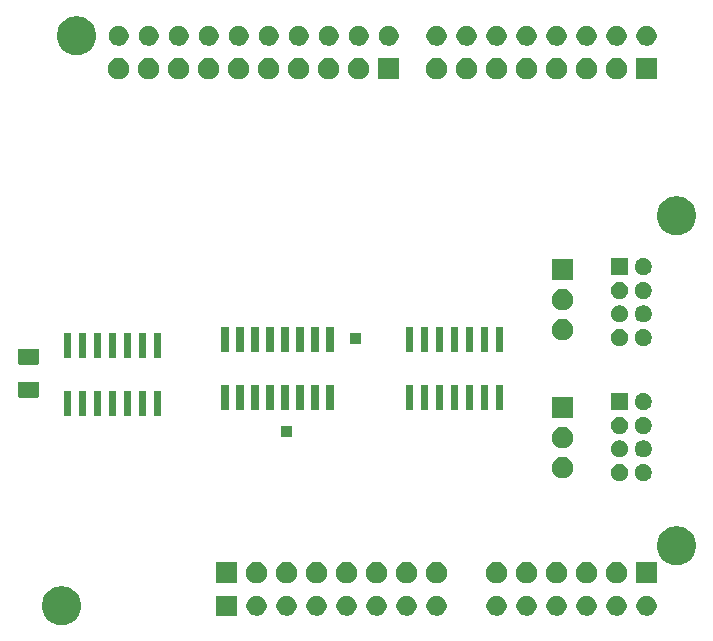
<source format=gbr>
G04 #@! TF.GenerationSoftware,KiCad,Pcbnew,(5.1.5)-3*
G04 #@! TF.CreationDate,2021-04-03T19:56:23-04:00*
G04 #@! TF.ProjectId,JoystickCtrlV2,4a6f7973-7469-4636-9b43-74726c56322e,rev?*
G04 #@! TF.SameCoordinates,Original*
G04 #@! TF.FileFunction,Soldermask,Top*
G04 #@! TF.FilePolarity,Negative*
%FSLAX46Y46*%
G04 Gerber Fmt 4.6, Leading zero omitted, Abs format (unit mm)*
G04 Created by KiCad (PCBNEW (5.1.5)-3) date 2021-04-03 19:56:23*
%MOMM*%
%LPD*%
G04 APERTURE LIST*
%ADD10C,0.100000*%
G04 APERTURE END LIST*
D10*
G36*
X104515256Y-126407298D02*
G01*
X104621579Y-126428447D01*
X104922042Y-126552903D01*
X105192451Y-126733585D01*
X105422415Y-126963549D01*
X105603097Y-127233958D01*
X105702327Y-127473519D01*
X105727553Y-127534422D01*
X105791000Y-127853389D01*
X105791000Y-128178611D01*
X105773969Y-128264229D01*
X105727553Y-128497579D01*
X105603097Y-128798042D01*
X105422415Y-129068451D01*
X105192451Y-129298415D01*
X104922042Y-129479097D01*
X104621579Y-129603553D01*
X104515256Y-129624702D01*
X104302611Y-129667000D01*
X103977389Y-129667000D01*
X103764744Y-129624702D01*
X103658421Y-129603553D01*
X103357958Y-129479097D01*
X103087549Y-129298415D01*
X102857585Y-129068451D01*
X102676903Y-128798042D01*
X102552447Y-128497579D01*
X102506031Y-128264229D01*
X102489000Y-128178611D01*
X102489000Y-127853389D01*
X102552447Y-127534422D01*
X102577674Y-127473519D01*
X102676903Y-127233958D01*
X102857585Y-126963549D01*
X103087549Y-126733585D01*
X103357958Y-126552903D01*
X103658421Y-126428447D01*
X103764744Y-126407298D01*
X103977389Y-126365000D01*
X104302611Y-126365000D01*
X104515256Y-126407298D01*
G37*
G36*
X118961000Y-128867000D02*
G01*
X117259000Y-128867000D01*
X117259000Y-127165000D01*
X118961000Y-127165000D01*
X118961000Y-128867000D01*
G37*
G36*
X153918228Y-127197703D02*
G01*
X154073100Y-127261853D01*
X154212481Y-127354985D01*
X154331015Y-127473519D01*
X154424147Y-127612900D01*
X154488297Y-127767772D01*
X154521000Y-127932184D01*
X154521000Y-128099816D01*
X154488297Y-128264228D01*
X154424147Y-128419100D01*
X154331015Y-128558481D01*
X154212481Y-128677015D01*
X154073100Y-128770147D01*
X153918228Y-128834297D01*
X153753816Y-128867000D01*
X153586184Y-128867000D01*
X153421772Y-128834297D01*
X153266900Y-128770147D01*
X153127519Y-128677015D01*
X153008985Y-128558481D01*
X152915853Y-128419100D01*
X152851703Y-128264228D01*
X152819000Y-128099816D01*
X152819000Y-127932184D01*
X152851703Y-127767772D01*
X152915853Y-127612900D01*
X153008985Y-127473519D01*
X153127519Y-127354985D01*
X153266900Y-127261853D01*
X153421772Y-127197703D01*
X153586184Y-127165000D01*
X153753816Y-127165000D01*
X153918228Y-127197703D01*
G37*
G36*
X151378228Y-127197703D02*
G01*
X151533100Y-127261853D01*
X151672481Y-127354985D01*
X151791015Y-127473519D01*
X151884147Y-127612900D01*
X151948297Y-127767772D01*
X151981000Y-127932184D01*
X151981000Y-128099816D01*
X151948297Y-128264228D01*
X151884147Y-128419100D01*
X151791015Y-128558481D01*
X151672481Y-128677015D01*
X151533100Y-128770147D01*
X151378228Y-128834297D01*
X151213816Y-128867000D01*
X151046184Y-128867000D01*
X150881772Y-128834297D01*
X150726900Y-128770147D01*
X150587519Y-128677015D01*
X150468985Y-128558481D01*
X150375853Y-128419100D01*
X150311703Y-128264228D01*
X150279000Y-128099816D01*
X150279000Y-127932184D01*
X150311703Y-127767772D01*
X150375853Y-127612900D01*
X150468985Y-127473519D01*
X150587519Y-127354985D01*
X150726900Y-127261853D01*
X150881772Y-127197703D01*
X151046184Y-127165000D01*
X151213816Y-127165000D01*
X151378228Y-127197703D01*
G37*
G36*
X148838228Y-127197703D02*
G01*
X148993100Y-127261853D01*
X149132481Y-127354985D01*
X149251015Y-127473519D01*
X149344147Y-127612900D01*
X149408297Y-127767772D01*
X149441000Y-127932184D01*
X149441000Y-128099816D01*
X149408297Y-128264228D01*
X149344147Y-128419100D01*
X149251015Y-128558481D01*
X149132481Y-128677015D01*
X148993100Y-128770147D01*
X148838228Y-128834297D01*
X148673816Y-128867000D01*
X148506184Y-128867000D01*
X148341772Y-128834297D01*
X148186900Y-128770147D01*
X148047519Y-128677015D01*
X147928985Y-128558481D01*
X147835853Y-128419100D01*
X147771703Y-128264228D01*
X147739000Y-128099816D01*
X147739000Y-127932184D01*
X147771703Y-127767772D01*
X147835853Y-127612900D01*
X147928985Y-127473519D01*
X148047519Y-127354985D01*
X148186900Y-127261853D01*
X148341772Y-127197703D01*
X148506184Y-127165000D01*
X148673816Y-127165000D01*
X148838228Y-127197703D01*
G37*
G36*
X146298228Y-127197703D02*
G01*
X146453100Y-127261853D01*
X146592481Y-127354985D01*
X146711015Y-127473519D01*
X146804147Y-127612900D01*
X146868297Y-127767772D01*
X146901000Y-127932184D01*
X146901000Y-128099816D01*
X146868297Y-128264228D01*
X146804147Y-128419100D01*
X146711015Y-128558481D01*
X146592481Y-128677015D01*
X146453100Y-128770147D01*
X146298228Y-128834297D01*
X146133816Y-128867000D01*
X145966184Y-128867000D01*
X145801772Y-128834297D01*
X145646900Y-128770147D01*
X145507519Y-128677015D01*
X145388985Y-128558481D01*
X145295853Y-128419100D01*
X145231703Y-128264228D01*
X145199000Y-128099816D01*
X145199000Y-127932184D01*
X145231703Y-127767772D01*
X145295853Y-127612900D01*
X145388985Y-127473519D01*
X145507519Y-127354985D01*
X145646900Y-127261853D01*
X145801772Y-127197703D01*
X145966184Y-127165000D01*
X146133816Y-127165000D01*
X146298228Y-127197703D01*
G37*
G36*
X143758228Y-127197703D02*
G01*
X143913100Y-127261853D01*
X144052481Y-127354985D01*
X144171015Y-127473519D01*
X144264147Y-127612900D01*
X144328297Y-127767772D01*
X144361000Y-127932184D01*
X144361000Y-128099816D01*
X144328297Y-128264228D01*
X144264147Y-128419100D01*
X144171015Y-128558481D01*
X144052481Y-128677015D01*
X143913100Y-128770147D01*
X143758228Y-128834297D01*
X143593816Y-128867000D01*
X143426184Y-128867000D01*
X143261772Y-128834297D01*
X143106900Y-128770147D01*
X142967519Y-128677015D01*
X142848985Y-128558481D01*
X142755853Y-128419100D01*
X142691703Y-128264228D01*
X142659000Y-128099816D01*
X142659000Y-127932184D01*
X142691703Y-127767772D01*
X142755853Y-127612900D01*
X142848985Y-127473519D01*
X142967519Y-127354985D01*
X143106900Y-127261853D01*
X143261772Y-127197703D01*
X143426184Y-127165000D01*
X143593816Y-127165000D01*
X143758228Y-127197703D01*
G37*
G36*
X141218228Y-127197703D02*
G01*
X141373100Y-127261853D01*
X141512481Y-127354985D01*
X141631015Y-127473519D01*
X141724147Y-127612900D01*
X141788297Y-127767772D01*
X141821000Y-127932184D01*
X141821000Y-128099816D01*
X141788297Y-128264228D01*
X141724147Y-128419100D01*
X141631015Y-128558481D01*
X141512481Y-128677015D01*
X141373100Y-128770147D01*
X141218228Y-128834297D01*
X141053816Y-128867000D01*
X140886184Y-128867000D01*
X140721772Y-128834297D01*
X140566900Y-128770147D01*
X140427519Y-128677015D01*
X140308985Y-128558481D01*
X140215853Y-128419100D01*
X140151703Y-128264228D01*
X140119000Y-128099816D01*
X140119000Y-127932184D01*
X140151703Y-127767772D01*
X140215853Y-127612900D01*
X140308985Y-127473519D01*
X140427519Y-127354985D01*
X140566900Y-127261853D01*
X140721772Y-127197703D01*
X140886184Y-127165000D01*
X141053816Y-127165000D01*
X141218228Y-127197703D01*
G37*
G36*
X133598228Y-127197703D02*
G01*
X133753100Y-127261853D01*
X133892481Y-127354985D01*
X134011015Y-127473519D01*
X134104147Y-127612900D01*
X134168297Y-127767772D01*
X134201000Y-127932184D01*
X134201000Y-128099816D01*
X134168297Y-128264228D01*
X134104147Y-128419100D01*
X134011015Y-128558481D01*
X133892481Y-128677015D01*
X133753100Y-128770147D01*
X133598228Y-128834297D01*
X133433816Y-128867000D01*
X133266184Y-128867000D01*
X133101772Y-128834297D01*
X132946900Y-128770147D01*
X132807519Y-128677015D01*
X132688985Y-128558481D01*
X132595853Y-128419100D01*
X132531703Y-128264228D01*
X132499000Y-128099816D01*
X132499000Y-127932184D01*
X132531703Y-127767772D01*
X132595853Y-127612900D01*
X132688985Y-127473519D01*
X132807519Y-127354985D01*
X132946900Y-127261853D01*
X133101772Y-127197703D01*
X133266184Y-127165000D01*
X133433816Y-127165000D01*
X133598228Y-127197703D01*
G37*
G36*
X136138228Y-127197703D02*
G01*
X136293100Y-127261853D01*
X136432481Y-127354985D01*
X136551015Y-127473519D01*
X136644147Y-127612900D01*
X136708297Y-127767772D01*
X136741000Y-127932184D01*
X136741000Y-128099816D01*
X136708297Y-128264228D01*
X136644147Y-128419100D01*
X136551015Y-128558481D01*
X136432481Y-128677015D01*
X136293100Y-128770147D01*
X136138228Y-128834297D01*
X135973816Y-128867000D01*
X135806184Y-128867000D01*
X135641772Y-128834297D01*
X135486900Y-128770147D01*
X135347519Y-128677015D01*
X135228985Y-128558481D01*
X135135853Y-128419100D01*
X135071703Y-128264228D01*
X135039000Y-128099816D01*
X135039000Y-127932184D01*
X135071703Y-127767772D01*
X135135853Y-127612900D01*
X135228985Y-127473519D01*
X135347519Y-127354985D01*
X135486900Y-127261853D01*
X135641772Y-127197703D01*
X135806184Y-127165000D01*
X135973816Y-127165000D01*
X136138228Y-127197703D01*
G37*
G36*
X120898228Y-127197703D02*
G01*
X121053100Y-127261853D01*
X121192481Y-127354985D01*
X121311015Y-127473519D01*
X121404147Y-127612900D01*
X121468297Y-127767772D01*
X121501000Y-127932184D01*
X121501000Y-128099816D01*
X121468297Y-128264228D01*
X121404147Y-128419100D01*
X121311015Y-128558481D01*
X121192481Y-128677015D01*
X121053100Y-128770147D01*
X120898228Y-128834297D01*
X120733816Y-128867000D01*
X120566184Y-128867000D01*
X120401772Y-128834297D01*
X120246900Y-128770147D01*
X120107519Y-128677015D01*
X119988985Y-128558481D01*
X119895853Y-128419100D01*
X119831703Y-128264228D01*
X119799000Y-128099816D01*
X119799000Y-127932184D01*
X119831703Y-127767772D01*
X119895853Y-127612900D01*
X119988985Y-127473519D01*
X120107519Y-127354985D01*
X120246900Y-127261853D01*
X120401772Y-127197703D01*
X120566184Y-127165000D01*
X120733816Y-127165000D01*
X120898228Y-127197703D01*
G37*
G36*
X123438228Y-127197703D02*
G01*
X123593100Y-127261853D01*
X123732481Y-127354985D01*
X123851015Y-127473519D01*
X123944147Y-127612900D01*
X124008297Y-127767772D01*
X124041000Y-127932184D01*
X124041000Y-128099816D01*
X124008297Y-128264228D01*
X123944147Y-128419100D01*
X123851015Y-128558481D01*
X123732481Y-128677015D01*
X123593100Y-128770147D01*
X123438228Y-128834297D01*
X123273816Y-128867000D01*
X123106184Y-128867000D01*
X122941772Y-128834297D01*
X122786900Y-128770147D01*
X122647519Y-128677015D01*
X122528985Y-128558481D01*
X122435853Y-128419100D01*
X122371703Y-128264228D01*
X122339000Y-128099816D01*
X122339000Y-127932184D01*
X122371703Y-127767772D01*
X122435853Y-127612900D01*
X122528985Y-127473519D01*
X122647519Y-127354985D01*
X122786900Y-127261853D01*
X122941772Y-127197703D01*
X123106184Y-127165000D01*
X123273816Y-127165000D01*
X123438228Y-127197703D01*
G37*
G36*
X128518228Y-127197703D02*
G01*
X128673100Y-127261853D01*
X128812481Y-127354985D01*
X128931015Y-127473519D01*
X129024147Y-127612900D01*
X129088297Y-127767772D01*
X129121000Y-127932184D01*
X129121000Y-128099816D01*
X129088297Y-128264228D01*
X129024147Y-128419100D01*
X128931015Y-128558481D01*
X128812481Y-128677015D01*
X128673100Y-128770147D01*
X128518228Y-128834297D01*
X128353816Y-128867000D01*
X128186184Y-128867000D01*
X128021772Y-128834297D01*
X127866900Y-128770147D01*
X127727519Y-128677015D01*
X127608985Y-128558481D01*
X127515853Y-128419100D01*
X127451703Y-128264228D01*
X127419000Y-128099816D01*
X127419000Y-127932184D01*
X127451703Y-127767772D01*
X127515853Y-127612900D01*
X127608985Y-127473519D01*
X127727519Y-127354985D01*
X127866900Y-127261853D01*
X128021772Y-127197703D01*
X128186184Y-127165000D01*
X128353816Y-127165000D01*
X128518228Y-127197703D01*
G37*
G36*
X131058228Y-127197703D02*
G01*
X131213100Y-127261853D01*
X131352481Y-127354985D01*
X131471015Y-127473519D01*
X131564147Y-127612900D01*
X131628297Y-127767772D01*
X131661000Y-127932184D01*
X131661000Y-128099816D01*
X131628297Y-128264228D01*
X131564147Y-128419100D01*
X131471015Y-128558481D01*
X131352481Y-128677015D01*
X131213100Y-128770147D01*
X131058228Y-128834297D01*
X130893816Y-128867000D01*
X130726184Y-128867000D01*
X130561772Y-128834297D01*
X130406900Y-128770147D01*
X130267519Y-128677015D01*
X130148985Y-128558481D01*
X130055853Y-128419100D01*
X129991703Y-128264228D01*
X129959000Y-128099816D01*
X129959000Y-127932184D01*
X129991703Y-127767772D01*
X130055853Y-127612900D01*
X130148985Y-127473519D01*
X130267519Y-127354985D01*
X130406900Y-127261853D01*
X130561772Y-127197703D01*
X130726184Y-127165000D01*
X130893816Y-127165000D01*
X131058228Y-127197703D01*
G37*
G36*
X125978228Y-127197703D02*
G01*
X126133100Y-127261853D01*
X126272481Y-127354985D01*
X126391015Y-127473519D01*
X126484147Y-127612900D01*
X126548297Y-127767772D01*
X126581000Y-127932184D01*
X126581000Y-128099816D01*
X126548297Y-128264228D01*
X126484147Y-128419100D01*
X126391015Y-128558481D01*
X126272481Y-128677015D01*
X126133100Y-128770147D01*
X125978228Y-128834297D01*
X125813816Y-128867000D01*
X125646184Y-128867000D01*
X125481772Y-128834297D01*
X125326900Y-128770147D01*
X125187519Y-128677015D01*
X125068985Y-128558481D01*
X124975853Y-128419100D01*
X124911703Y-128264228D01*
X124879000Y-128099816D01*
X124879000Y-127932184D01*
X124911703Y-127767772D01*
X124975853Y-127612900D01*
X125068985Y-127473519D01*
X125187519Y-127354985D01*
X125326900Y-127261853D01*
X125481772Y-127197703D01*
X125646184Y-127165000D01*
X125813816Y-127165000D01*
X125978228Y-127197703D01*
G37*
G36*
X123303512Y-124325927D02*
G01*
X123452812Y-124355624D01*
X123616784Y-124423544D01*
X123764354Y-124522147D01*
X123889853Y-124647646D01*
X123988456Y-124795216D01*
X124056376Y-124959188D01*
X124091000Y-125133259D01*
X124091000Y-125310741D01*
X124056376Y-125484812D01*
X123988456Y-125648784D01*
X123889853Y-125796354D01*
X123764354Y-125921853D01*
X123616784Y-126020456D01*
X123452812Y-126088376D01*
X123303512Y-126118073D01*
X123278742Y-126123000D01*
X123101258Y-126123000D01*
X123076488Y-126118073D01*
X122927188Y-126088376D01*
X122763216Y-126020456D01*
X122615646Y-125921853D01*
X122490147Y-125796354D01*
X122391544Y-125648784D01*
X122323624Y-125484812D01*
X122289000Y-125310741D01*
X122289000Y-125133259D01*
X122323624Y-124959188D01*
X122391544Y-124795216D01*
X122490147Y-124647646D01*
X122615646Y-124522147D01*
X122763216Y-124423544D01*
X122927188Y-124355624D01*
X123076488Y-124325927D01*
X123101258Y-124321000D01*
X123278742Y-124321000D01*
X123303512Y-124325927D01*
G37*
G36*
X119011000Y-126123000D02*
G01*
X117209000Y-126123000D01*
X117209000Y-124321000D01*
X119011000Y-124321000D01*
X119011000Y-126123000D01*
G37*
G36*
X120763512Y-124325927D02*
G01*
X120912812Y-124355624D01*
X121076784Y-124423544D01*
X121224354Y-124522147D01*
X121349853Y-124647646D01*
X121448456Y-124795216D01*
X121516376Y-124959188D01*
X121551000Y-125133259D01*
X121551000Y-125310741D01*
X121516376Y-125484812D01*
X121448456Y-125648784D01*
X121349853Y-125796354D01*
X121224354Y-125921853D01*
X121076784Y-126020456D01*
X120912812Y-126088376D01*
X120763512Y-126118073D01*
X120738742Y-126123000D01*
X120561258Y-126123000D01*
X120536488Y-126118073D01*
X120387188Y-126088376D01*
X120223216Y-126020456D01*
X120075646Y-125921853D01*
X119950147Y-125796354D01*
X119851544Y-125648784D01*
X119783624Y-125484812D01*
X119749000Y-125310741D01*
X119749000Y-125133259D01*
X119783624Y-124959188D01*
X119851544Y-124795216D01*
X119950147Y-124647646D01*
X120075646Y-124522147D01*
X120223216Y-124423544D01*
X120387188Y-124355624D01*
X120536488Y-124325927D01*
X120561258Y-124321000D01*
X120738742Y-124321000D01*
X120763512Y-124325927D01*
G37*
G36*
X125843512Y-124325927D02*
G01*
X125992812Y-124355624D01*
X126156784Y-124423544D01*
X126304354Y-124522147D01*
X126429853Y-124647646D01*
X126528456Y-124795216D01*
X126596376Y-124959188D01*
X126631000Y-125133259D01*
X126631000Y-125310741D01*
X126596376Y-125484812D01*
X126528456Y-125648784D01*
X126429853Y-125796354D01*
X126304354Y-125921853D01*
X126156784Y-126020456D01*
X125992812Y-126088376D01*
X125843512Y-126118073D01*
X125818742Y-126123000D01*
X125641258Y-126123000D01*
X125616488Y-126118073D01*
X125467188Y-126088376D01*
X125303216Y-126020456D01*
X125155646Y-125921853D01*
X125030147Y-125796354D01*
X124931544Y-125648784D01*
X124863624Y-125484812D01*
X124829000Y-125310741D01*
X124829000Y-125133259D01*
X124863624Y-124959188D01*
X124931544Y-124795216D01*
X125030147Y-124647646D01*
X125155646Y-124522147D01*
X125303216Y-124423544D01*
X125467188Y-124355624D01*
X125616488Y-124325927D01*
X125641258Y-124321000D01*
X125818742Y-124321000D01*
X125843512Y-124325927D01*
G37*
G36*
X128383512Y-124325927D02*
G01*
X128532812Y-124355624D01*
X128696784Y-124423544D01*
X128844354Y-124522147D01*
X128969853Y-124647646D01*
X129068456Y-124795216D01*
X129136376Y-124959188D01*
X129171000Y-125133259D01*
X129171000Y-125310741D01*
X129136376Y-125484812D01*
X129068456Y-125648784D01*
X128969853Y-125796354D01*
X128844354Y-125921853D01*
X128696784Y-126020456D01*
X128532812Y-126088376D01*
X128383512Y-126118073D01*
X128358742Y-126123000D01*
X128181258Y-126123000D01*
X128156488Y-126118073D01*
X128007188Y-126088376D01*
X127843216Y-126020456D01*
X127695646Y-125921853D01*
X127570147Y-125796354D01*
X127471544Y-125648784D01*
X127403624Y-125484812D01*
X127369000Y-125310741D01*
X127369000Y-125133259D01*
X127403624Y-124959188D01*
X127471544Y-124795216D01*
X127570147Y-124647646D01*
X127695646Y-124522147D01*
X127843216Y-124423544D01*
X128007188Y-124355624D01*
X128156488Y-124325927D01*
X128181258Y-124321000D01*
X128358742Y-124321000D01*
X128383512Y-124325927D01*
G37*
G36*
X130923512Y-124325927D02*
G01*
X131072812Y-124355624D01*
X131236784Y-124423544D01*
X131384354Y-124522147D01*
X131509853Y-124647646D01*
X131608456Y-124795216D01*
X131676376Y-124959188D01*
X131711000Y-125133259D01*
X131711000Y-125310741D01*
X131676376Y-125484812D01*
X131608456Y-125648784D01*
X131509853Y-125796354D01*
X131384354Y-125921853D01*
X131236784Y-126020456D01*
X131072812Y-126088376D01*
X130923512Y-126118073D01*
X130898742Y-126123000D01*
X130721258Y-126123000D01*
X130696488Y-126118073D01*
X130547188Y-126088376D01*
X130383216Y-126020456D01*
X130235646Y-125921853D01*
X130110147Y-125796354D01*
X130011544Y-125648784D01*
X129943624Y-125484812D01*
X129909000Y-125310741D01*
X129909000Y-125133259D01*
X129943624Y-124959188D01*
X130011544Y-124795216D01*
X130110147Y-124647646D01*
X130235646Y-124522147D01*
X130383216Y-124423544D01*
X130547188Y-124355624D01*
X130696488Y-124325927D01*
X130721258Y-124321000D01*
X130898742Y-124321000D01*
X130923512Y-124325927D01*
G37*
G36*
X133463512Y-124325927D02*
G01*
X133612812Y-124355624D01*
X133776784Y-124423544D01*
X133924354Y-124522147D01*
X134049853Y-124647646D01*
X134148456Y-124795216D01*
X134216376Y-124959188D01*
X134251000Y-125133259D01*
X134251000Y-125310741D01*
X134216376Y-125484812D01*
X134148456Y-125648784D01*
X134049853Y-125796354D01*
X133924354Y-125921853D01*
X133776784Y-126020456D01*
X133612812Y-126088376D01*
X133463512Y-126118073D01*
X133438742Y-126123000D01*
X133261258Y-126123000D01*
X133236488Y-126118073D01*
X133087188Y-126088376D01*
X132923216Y-126020456D01*
X132775646Y-125921853D01*
X132650147Y-125796354D01*
X132551544Y-125648784D01*
X132483624Y-125484812D01*
X132449000Y-125310741D01*
X132449000Y-125133259D01*
X132483624Y-124959188D01*
X132551544Y-124795216D01*
X132650147Y-124647646D01*
X132775646Y-124522147D01*
X132923216Y-124423544D01*
X133087188Y-124355624D01*
X133236488Y-124325927D01*
X133261258Y-124321000D01*
X133438742Y-124321000D01*
X133463512Y-124325927D01*
G37*
G36*
X154571000Y-126123000D02*
G01*
X152769000Y-126123000D01*
X152769000Y-124321000D01*
X154571000Y-124321000D01*
X154571000Y-126123000D01*
G37*
G36*
X151243512Y-124325927D02*
G01*
X151392812Y-124355624D01*
X151556784Y-124423544D01*
X151704354Y-124522147D01*
X151829853Y-124647646D01*
X151928456Y-124795216D01*
X151996376Y-124959188D01*
X152031000Y-125133259D01*
X152031000Y-125310741D01*
X151996376Y-125484812D01*
X151928456Y-125648784D01*
X151829853Y-125796354D01*
X151704354Y-125921853D01*
X151556784Y-126020456D01*
X151392812Y-126088376D01*
X151243512Y-126118073D01*
X151218742Y-126123000D01*
X151041258Y-126123000D01*
X151016488Y-126118073D01*
X150867188Y-126088376D01*
X150703216Y-126020456D01*
X150555646Y-125921853D01*
X150430147Y-125796354D01*
X150331544Y-125648784D01*
X150263624Y-125484812D01*
X150229000Y-125310741D01*
X150229000Y-125133259D01*
X150263624Y-124959188D01*
X150331544Y-124795216D01*
X150430147Y-124647646D01*
X150555646Y-124522147D01*
X150703216Y-124423544D01*
X150867188Y-124355624D01*
X151016488Y-124325927D01*
X151041258Y-124321000D01*
X151218742Y-124321000D01*
X151243512Y-124325927D01*
G37*
G36*
X148703512Y-124325927D02*
G01*
X148852812Y-124355624D01*
X149016784Y-124423544D01*
X149164354Y-124522147D01*
X149289853Y-124647646D01*
X149388456Y-124795216D01*
X149456376Y-124959188D01*
X149491000Y-125133259D01*
X149491000Y-125310741D01*
X149456376Y-125484812D01*
X149388456Y-125648784D01*
X149289853Y-125796354D01*
X149164354Y-125921853D01*
X149016784Y-126020456D01*
X148852812Y-126088376D01*
X148703512Y-126118073D01*
X148678742Y-126123000D01*
X148501258Y-126123000D01*
X148476488Y-126118073D01*
X148327188Y-126088376D01*
X148163216Y-126020456D01*
X148015646Y-125921853D01*
X147890147Y-125796354D01*
X147791544Y-125648784D01*
X147723624Y-125484812D01*
X147689000Y-125310741D01*
X147689000Y-125133259D01*
X147723624Y-124959188D01*
X147791544Y-124795216D01*
X147890147Y-124647646D01*
X148015646Y-124522147D01*
X148163216Y-124423544D01*
X148327188Y-124355624D01*
X148476488Y-124325927D01*
X148501258Y-124321000D01*
X148678742Y-124321000D01*
X148703512Y-124325927D01*
G37*
G36*
X143623512Y-124325927D02*
G01*
X143772812Y-124355624D01*
X143936784Y-124423544D01*
X144084354Y-124522147D01*
X144209853Y-124647646D01*
X144308456Y-124795216D01*
X144376376Y-124959188D01*
X144411000Y-125133259D01*
X144411000Y-125310741D01*
X144376376Y-125484812D01*
X144308456Y-125648784D01*
X144209853Y-125796354D01*
X144084354Y-125921853D01*
X143936784Y-126020456D01*
X143772812Y-126088376D01*
X143623512Y-126118073D01*
X143598742Y-126123000D01*
X143421258Y-126123000D01*
X143396488Y-126118073D01*
X143247188Y-126088376D01*
X143083216Y-126020456D01*
X142935646Y-125921853D01*
X142810147Y-125796354D01*
X142711544Y-125648784D01*
X142643624Y-125484812D01*
X142609000Y-125310741D01*
X142609000Y-125133259D01*
X142643624Y-124959188D01*
X142711544Y-124795216D01*
X142810147Y-124647646D01*
X142935646Y-124522147D01*
X143083216Y-124423544D01*
X143247188Y-124355624D01*
X143396488Y-124325927D01*
X143421258Y-124321000D01*
X143598742Y-124321000D01*
X143623512Y-124325927D01*
G37*
G36*
X146163512Y-124325927D02*
G01*
X146312812Y-124355624D01*
X146476784Y-124423544D01*
X146624354Y-124522147D01*
X146749853Y-124647646D01*
X146848456Y-124795216D01*
X146916376Y-124959188D01*
X146951000Y-125133259D01*
X146951000Y-125310741D01*
X146916376Y-125484812D01*
X146848456Y-125648784D01*
X146749853Y-125796354D01*
X146624354Y-125921853D01*
X146476784Y-126020456D01*
X146312812Y-126088376D01*
X146163512Y-126118073D01*
X146138742Y-126123000D01*
X145961258Y-126123000D01*
X145936488Y-126118073D01*
X145787188Y-126088376D01*
X145623216Y-126020456D01*
X145475646Y-125921853D01*
X145350147Y-125796354D01*
X145251544Y-125648784D01*
X145183624Y-125484812D01*
X145149000Y-125310741D01*
X145149000Y-125133259D01*
X145183624Y-124959188D01*
X145251544Y-124795216D01*
X145350147Y-124647646D01*
X145475646Y-124522147D01*
X145623216Y-124423544D01*
X145787188Y-124355624D01*
X145936488Y-124325927D01*
X145961258Y-124321000D01*
X146138742Y-124321000D01*
X146163512Y-124325927D01*
G37*
G36*
X141083512Y-124325927D02*
G01*
X141232812Y-124355624D01*
X141396784Y-124423544D01*
X141544354Y-124522147D01*
X141669853Y-124647646D01*
X141768456Y-124795216D01*
X141836376Y-124959188D01*
X141871000Y-125133259D01*
X141871000Y-125310741D01*
X141836376Y-125484812D01*
X141768456Y-125648784D01*
X141669853Y-125796354D01*
X141544354Y-125921853D01*
X141396784Y-126020456D01*
X141232812Y-126088376D01*
X141083512Y-126118073D01*
X141058742Y-126123000D01*
X140881258Y-126123000D01*
X140856488Y-126118073D01*
X140707188Y-126088376D01*
X140543216Y-126020456D01*
X140395646Y-125921853D01*
X140270147Y-125796354D01*
X140171544Y-125648784D01*
X140103624Y-125484812D01*
X140069000Y-125310741D01*
X140069000Y-125133259D01*
X140103624Y-124959188D01*
X140171544Y-124795216D01*
X140270147Y-124647646D01*
X140395646Y-124522147D01*
X140543216Y-124423544D01*
X140707188Y-124355624D01*
X140856488Y-124325927D01*
X140881258Y-124321000D01*
X141058742Y-124321000D01*
X141083512Y-124325927D01*
G37*
G36*
X136003512Y-124325927D02*
G01*
X136152812Y-124355624D01*
X136316784Y-124423544D01*
X136464354Y-124522147D01*
X136589853Y-124647646D01*
X136688456Y-124795216D01*
X136756376Y-124959188D01*
X136791000Y-125133259D01*
X136791000Y-125310741D01*
X136756376Y-125484812D01*
X136688456Y-125648784D01*
X136589853Y-125796354D01*
X136464354Y-125921853D01*
X136316784Y-126020456D01*
X136152812Y-126088376D01*
X136003512Y-126118073D01*
X135978742Y-126123000D01*
X135801258Y-126123000D01*
X135776488Y-126118073D01*
X135627188Y-126088376D01*
X135463216Y-126020456D01*
X135315646Y-125921853D01*
X135190147Y-125796354D01*
X135091544Y-125648784D01*
X135023624Y-125484812D01*
X134989000Y-125310741D01*
X134989000Y-125133259D01*
X135023624Y-124959188D01*
X135091544Y-124795216D01*
X135190147Y-124647646D01*
X135315646Y-124522147D01*
X135463216Y-124423544D01*
X135627188Y-124355624D01*
X135776488Y-124325927D01*
X135801258Y-124321000D01*
X135978742Y-124321000D01*
X136003512Y-124325927D01*
G37*
G36*
X156585256Y-121327298D02*
G01*
X156691579Y-121348447D01*
X156992042Y-121472903D01*
X157262451Y-121653585D01*
X157492415Y-121883549D01*
X157673097Y-122153958D01*
X157797553Y-122454421D01*
X157861000Y-122773391D01*
X157861000Y-123098609D01*
X157797553Y-123417579D01*
X157673097Y-123718042D01*
X157492415Y-123988451D01*
X157262451Y-124218415D01*
X156992042Y-124399097D01*
X156691579Y-124523553D01*
X156585256Y-124544702D01*
X156372611Y-124587000D01*
X156047389Y-124587000D01*
X155834744Y-124544702D01*
X155728421Y-124523553D01*
X155427958Y-124399097D01*
X155157549Y-124218415D01*
X154927585Y-123988451D01*
X154746903Y-123718042D01*
X154622447Y-123417579D01*
X154559000Y-123098609D01*
X154559000Y-122773391D01*
X154622447Y-122454421D01*
X154746903Y-122153958D01*
X154927585Y-121883549D01*
X155157549Y-121653585D01*
X155427958Y-121472903D01*
X155728421Y-121348447D01*
X155834744Y-121327298D01*
X156047389Y-121285000D01*
X156372611Y-121285000D01*
X156585256Y-121327298D01*
G37*
G36*
X153595766Y-116045899D02*
G01*
X153727888Y-116100626D01*
X153727890Y-116100627D01*
X153846798Y-116180079D01*
X153947921Y-116281202D01*
X153947922Y-116281204D01*
X154027374Y-116400112D01*
X154082101Y-116532234D01*
X154110000Y-116672494D01*
X154110000Y-116815506D01*
X154082101Y-116955766D01*
X154027374Y-117087888D01*
X154027373Y-117087890D01*
X153947921Y-117206798D01*
X153846798Y-117307921D01*
X153727890Y-117387373D01*
X153727889Y-117387374D01*
X153727888Y-117387374D01*
X153595766Y-117442101D01*
X153455506Y-117470000D01*
X153312494Y-117470000D01*
X153172234Y-117442101D01*
X153040112Y-117387374D01*
X153040111Y-117387374D01*
X153040110Y-117387373D01*
X152921202Y-117307921D01*
X152820079Y-117206798D01*
X152740627Y-117087890D01*
X152740626Y-117087888D01*
X152685899Y-116955766D01*
X152658000Y-116815506D01*
X152658000Y-116672494D01*
X152685899Y-116532234D01*
X152740626Y-116400112D01*
X152820078Y-116281204D01*
X152820079Y-116281202D01*
X152921202Y-116180079D01*
X153040110Y-116100627D01*
X153040112Y-116100626D01*
X153172234Y-116045899D01*
X153312494Y-116018000D01*
X153455506Y-116018000D01*
X153595766Y-116045899D01*
G37*
G36*
X151595766Y-116045899D02*
G01*
X151727888Y-116100626D01*
X151727890Y-116100627D01*
X151846798Y-116180079D01*
X151947921Y-116281202D01*
X151947922Y-116281204D01*
X152027374Y-116400112D01*
X152082101Y-116532234D01*
X152110000Y-116672494D01*
X152110000Y-116815506D01*
X152082101Y-116955766D01*
X152027374Y-117087888D01*
X152027373Y-117087890D01*
X151947921Y-117206798D01*
X151846798Y-117307921D01*
X151727890Y-117387373D01*
X151727889Y-117387374D01*
X151727888Y-117387374D01*
X151595766Y-117442101D01*
X151455506Y-117470000D01*
X151312494Y-117470000D01*
X151172234Y-117442101D01*
X151040112Y-117387374D01*
X151040111Y-117387374D01*
X151040110Y-117387373D01*
X150921202Y-117307921D01*
X150820079Y-117206798D01*
X150740627Y-117087890D01*
X150740626Y-117087888D01*
X150685899Y-116955766D01*
X150658000Y-116815506D01*
X150658000Y-116672494D01*
X150685899Y-116532234D01*
X150740626Y-116400112D01*
X150820078Y-116281204D01*
X150820079Y-116281202D01*
X150921202Y-116180079D01*
X151040110Y-116100627D01*
X151040112Y-116100626D01*
X151172234Y-116045899D01*
X151312494Y-116018000D01*
X151455506Y-116018000D01*
X151595766Y-116045899D01*
G37*
G36*
X146671512Y-115435927D02*
G01*
X146820812Y-115465624D01*
X146984784Y-115533544D01*
X147132354Y-115632147D01*
X147257853Y-115757646D01*
X147356456Y-115905216D01*
X147424376Y-116069188D01*
X147459000Y-116243259D01*
X147459000Y-116420741D01*
X147424376Y-116594812D01*
X147356456Y-116758784D01*
X147257853Y-116906354D01*
X147132354Y-117031853D01*
X146984784Y-117130456D01*
X146820812Y-117198376D01*
X146671512Y-117228073D01*
X146646742Y-117233000D01*
X146469258Y-117233000D01*
X146444488Y-117228073D01*
X146295188Y-117198376D01*
X146131216Y-117130456D01*
X145983646Y-117031853D01*
X145858147Y-116906354D01*
X145759544Y-116758784D01*
X145691624Y-116594812D01*
X145657000Y-116420741D01*
X145657000Y-116243259D01*
X145691624Y-116069188D01*
X145759544Y-115905216D01*
X145858147Y-115757646D01*
X145983646Y-115632147D01*
X146131216Y-115533544D01*
X146295188Y-115465624D01*
X146444488Y-115435927D01*
X146469258Y-115431000D01*
X146646742Y-115431000D01*
X146671512Y-115435927D01*
G37*
G36*
X153595766Y-114045899D02*
G01*
X153727888Y-114100626D01*
X153727890Y-114100627D01*
X153846798Y-114180079D01*
X153947921Y-114281202D01*
X153947922Y-114281204D01*
X154027374Y-114400112D01*
X154082101Y-114532234D01*
X154110000Y-114672494D01*
X154110000Y-114815506D01*
X154082101Y-114955766D01*
X154027374Y-115087888D01*
X154027373Y-115087890D01*
X153947921Y-115206798D01*
X153846798Y-115307921D01*
X153727890Y-115387373D01*
X153727889Y-115387374D01*
X153727888Y-115387374D01*
X153595766Y-115442101D01*
X153455506Y-115470000D01*
X153312494Y-115470000D01*
X153172234Y-115442101D01*
X153040112Y-115387374D01*
X153040111Y-115387374D01*
X153040110Y-115387373D01*
X152921202Y-115307921D01*
X152820079Y-115206798D01*
X152740627Y-115087890D01*
X152740626Y-115087888D01*
X152685899Y-114955766D01*
X152658000Y-114815506D01*
X152658000Y-114672494D01*
X152685899Y-114532234D01*
X152740626Y-114400112D01*
X152820078Y-114281204D01*
X152820079Y-114281202D01*
X152921202Y-114180079D01*
X153040110Y-114100627D01*
X153040112Y-114100626D01*
X153172234Y-114045899D01*
X153312494Y-114018000D01*
X153455506Y-114018000D01*
X153595766Y-114045899D01*
G37*
G36*
X151595766Y-114045899D02*
G01*
X151727888Y-114100626D01*
X151727890Y-114100627D01*
X151846798Y-114180079D01*
X151947921Y-114281202D01*
X151947922Y-114281204D01*
X152027374Y-114400112D01*
X152082101Y-114532234D01*
X152110000Y-114672494D01*
X152110000Y-114815506D01*
X152082101Y-114955766D01*
X152027374Y-115087888D01*
X152027373Y-115087890D01*
X151947921Y-115206798D01*
X151846798Y-115307921D01*
X151727890Y-115387373D01*
X151727889Y-115387374D01*
X151727888Y-115387374D01*
X151595766Y-115442101D01*
X151455506Y-115470000D01*
X151312494Y-115470000D01*
X151172234Y-115442101D01*
X151040112Y-115387374D01*
X151040111Y-115387374D01*
X151040110Y-115387373D01*
X150921202Y-115307921D01*
X150820079Y-115206798D01*
X150740627Y-115087890D01*
X150740626Y-115087888D01*
X150685899Y-114955766D01*
X150658000Y-114815506D01*
X150658000Y-114672494D01*
X150685899Y-114532234D01*
X150740626Y-114400112D01*
X150820078Y-114281204D01*
X150820079Y-114281202D01*
X150921202Y-114180079D01*
X151040110Y-114100627D01*
X151040112Y-114100626D01*
X151172234Y-114045899D01*
X151312494Y-114018000D01*
X151455506Y-114018000D01*
X151595766Y-114045899D01*
G37*
G36*
X146671512Y-112895927D02*
G01*
X146820812Y-112925624D01*
X146984784Y-112993544D01*
X147132354Y-113092147D01*
X147257853Y-113217646D01*
X147356456Y-113365216D01*
X147424376Y-113529188D01*
X147459000Y-113703259D01*
X147459000Y-113880741D01*
X147424376Y-114054812D01*
X147356456Y-114218784D01*
X147257853Y-114366354D01*
X147132354Y-114491853D01*
X146984784Y-114590456D01*
X146820812Y-114658376D01*
X146671512Y-114688073D01*
X146646742Y-114693000D01*
X146469258Y-114693000D01*
X146444488Y-114688073D01*
X146295188Y-114658376D01*
X146131216Y-114590456D01*
X145983646Y-114491853D01*
X145858147Y-114366354D01*
X145759544Y-114218784D01*
X145691624Y-114054812D01*
X145657000Y-113880741D01*
X145657000Y-113703259D01*
X145691624Y-113529188D01*
X145759544Y-113365216D01*
X145858147Y-113217646D01*
X145983646Y-113092147D01*
X146131216Y-112993544D01*
X146295188Y-112925624D01*
X146444488Y-112895927D01*
X146469258Y-112891000D01*
X146646742Y-112891000D01*
X146671512Y-112895927D01*
G37*
G36*
X123666000Y-113760000D02*
G01*
X122714000Y-113760000D01*
X122714000Y-112808000D01*
X123666000Y-112808000D01*
X123666000Y-113760000D01*
G37*
G36*
X151595766Y-112045899D02*
G01*
X151727888Y-112100626D01*
X151727890Y-112100627D01*
X151846798Y-112180079D01*
X151947921Y-112281202D01*
X151947922Y-112281204D01*
X152027374Y-112400112D01*
X152082101Y-112532234D01*
X152110000Y-112672494D01*
X152110000Y-112815506D01*
X152082101Y-112955766D01*
X152027374Y-113087888D01*
X152027373Y-113087890D01*
X151947921Y-113206798D01*
X151846798Y-113307921D01*
X151727890Y-113387373D01*
X151727889Y-113387374D01*
X151727888Y-113387374D01*
X151595766Y-113442101D01*
X151455506Y-113470000D01*
X151312494Y-113470000D01*
X151172234Y-113442101D01*
X151040112Y-113387374D01*
X151040111Y-113387374D01*
X151040110Y-113387373D01*
X150921202Y-113307921D01*
X150820079Y-113206798D01*
X150740627Y-113087890D01*
X150740626Y-113087888D01*
X150685899Y-112955766D01*
X150658000Y-112815506D01*
X150658000Y-112672494D01*
X150685899Y-112532234D01*
X150740626Y-112400112D01*
X150820078Y-112281204D01*
X150820079Y-112281202D01*
X150921202Y-112180079D01*
X151040110Y-112100627D01*
X151040112Y-112100626D01*
X151172234Y-112045899D01*
X151312494Y-112018000D01*
X151455506Y-112018000D01*
X151595766Y-112045899D01*
G37*
G36*
X153595766Y-112045899D02*
G01*
X153727888Y-112100626D01*
X153727890Y-112100627D01*
X153846798Y-112180079D01*
X153947921Y-112281202D01*
X153947922Y-112281204D01*
X154027374Y-112400112D01*
X154082101Y-112532234D01*
X154110000Y-112672494D01*
X154110000Y-112815506D01*
X154082101Y-112955766D01*
X154027374Y-113087888D01*
X154027373Y-113087890D01*
X153947921Y-113206798D01*
X153846798Y-113307921D01*
X153727890Y-113387373D01*
X153727889Y-113387374D01*
X153727888Y-113387374D01*
X153595766Y-113442101D01*
X153455506Y-113470000D01*
X153312494Y-113470000D01*
X153172234Y-113442101D01*
X153040112Y-113387374D01*
X153040111Y-113387374D01*
X153040110Y-113387373D01*
X152921202Y-113307921D01*
X152820079Y-113206798D01*
X152740627Y-113087890D01*
X152740626Y-113087888D01*
X152685899Y-112955766D01*
X152658000Y-112815506D01*
X152658000Y-112672494D01*
X152685899Y-112532234D01*
X152740626Y-112400112D01*
X152820078Y-112281204D01*
X152820079Y-112281202D01*
X152921202Y-112180079D01*
X153040110Y-112100627D01*
X153040112Y-112100626D01*
X153172234Y-112045899D01*
X153312494Y-112018000D01*
X153455506Y-112018000D01*
X153595766Y-112045899D01*
G37*
G36*
X147459000Y-112153000D02*
G01*
X145657000Y-112153000D01*
X145657000Y-110351000D01*
X147459000Y-110351000D01*
X147459000Y-112153000D01*
G37*
G36*
X106248400Y-111963400D02*
G01*
X105587600Y-111963400D01*
X105587600Y-109880200D01*
X106248400Y-109880200D01*
X106248400Y-111963400D01*
G37*
G36*
X110058400Y-111963400D02*
G01*
X109397600Y-111963400D01*
X109397600Y-109880200D01*
X110058400Y-109880200D01*
X110058400Y-111963400D01*
G37*
G36*
X108788400Y-111963400D02*
G01*
X108127600Y-111963400D01*
X108127600Y-109880200D01*
X108788400Y-109880200D01*
X108788400Y-111963400D01*
G37*
G36*
X107518400Y-111963400D02*
G01*
X106857600Y-111963400D01*
X106857600Y-109880200D01*
X107518400Y-109880200D01*
X107518400Y-111963400D01*
G37*
G36*
X104978400Y-111963400D02*
G01*
X104317600Y-111963400D01*
X104317600Y-109880200D01*
X104978400Y-109880200D01*
X104978400Y-111963400D01*
G37*
G36*
X112598400Y-111963400D02*
G01*
X111937600Y-111963400D01*
X111937600Y-109880200D01*
X112598400Y-109880200D01*
X112598400Y-111963400D01*
G37*
G36*
X111328400Y-111963400D02*
G01*
X110667600Y-111963400D01*
X110667600Y-109880200D01*
X111328400Y-109880200D01*
X111328400Y-111963400D01*
G37*
G36*
X152110000Y-111470000D02*
G01*
X150658000Y-111470000D01*
X150658000Y-110018000D01*
X152110000Y-110018000D01*
X152110000Y-111470000D01*
G37*
G36*
X153595766Y-110045899D02*
G01*
X153727888Y-110100626D01*
X153727890Y-110100627D01*
X153846798Y-110180079D01*
X153947921Y-110281202D01*
X154027373Y-110400110D01*
X154027374Y-110400112D01*
X154082101Y-110532234D01*
X154110000Y-110672494D01*
X154110000Y-110815506D01*
X154082101Y-110955766D01*
X154027374Y-111087888D01*
X154027373Y-111087890D01*
X153947921Y-111206798D01*
X153846798Y-111307921D01*
X153727890Y-111387373D01*
X153727889Y-111387374D01*
X153727888Y-111387374D01*
X153595766Y-111442101D01*
X153455506Y-111470000D01*
X153312494Y-111470000D01*
X153172234Y-111442101D01*
X153040112Y-111387374D01*
X153040111Y-111387374D01*
X153040110Y-111387373D01*
X152921202Y-111307921D01*
X152820079Y-111206798D01*
X152740627Y-111087890D01*
X152740626Y-111087888D01*
X152685899Y-110955766D01*
X152658000Y-110815506D01*
X152658000Y-110672494D01*
X152685899Y-110532234D01*
X152740626Y-110400112D01*
X152740627Y-110400110D01*
X152820079Y-110281202D01*
X152921202Y-110180079D01*
X153040110Y-110100627D01*
X153040112Y-110100626D01*
X153172234Y-110045899D01*
X153312494Y-110018000D01*
X153455506Y-110018000D01*
X153595766Y-110045899D01*
G37*
G36*
X120854400Y-111456599D02*
G01*
X120191600Y-111456599D01*
X120191600Y-109373399D01*
X120854400Y-109373399D01*
X120854400Y-111456599D01*
G37*
G36*
X119584400Y-111456599D02*
G01*
X118921600Y-111456599D01*
X118921600Y-109373399D01*
X119584400Y-109373399D01*
X119584400Y-111456599D01*
G37*
G36*
X123394400Y-111456599D02*
G01*
X122731600Y-111456599D01*
X122731600Y-109373399D01*
X123394400Y-109373399D01*
X123394400Y-111456599D01*
G37*
G36*
X124664400Y-111456599D02*
G01*
X124001600Y-111456599D01*
X124001600Y-109373399D01*
X124664400Y-109373399D01*
X124664400Y-111456599D01*
G37*
G36*
X127204400Y-111456599D02*
G01*
X126541600Y-111456599D01*
X126541600Y-109373399D01*
X127204400Y-109373399D01*
X127204400Y-111456599D01*
G37*
G36*
X118314400Y-111456599D02*
G01*
X117651600Y-111456599D01*
X117651600Y-109373399D01*
X118314400Y-109373399D01*
X118314400Y-111456599D01*
G37*
G36*
X122124400Y-111456599D02*
G01*
X121461600Y-111456599D01*
X121461600Y-109373399D01*
X122124400Y-109373399D01*
X122124400Y-111456599D01*
G37*
G36*
X125934400Y-111456599D02*
G01*
X125271600Y-111456599D01*
X125271600Y-109373399D01*
X125934400Y-109373399D01*
X125934400Y-111456599D01*
G37*
G36*
X137731700Y-111455400D02*
G01*
X137096300Y-111455400D01*
X137096300Y-109372200D01*
X137731700Y-109372200D01*
X137731700Y-111455400D01*
G37*
G36*
X139001700Y-111455400D02*
G01*
X138366300Y-111455400D01*
X138366300Y-109372200D01*
X139001700Y-109372200D01*
X139001700Y-111455400D01*
G37*
G36*
X141541700Y-111455400D02*
G01*
X140906300Y-111455400D01*
X140906300Y-109372200D01*
X141541700Y-109372200D01*
X141541700Y-111455400D01*
G37*
G36*
X136461700Y-111455400D02*
G01*
X135826300Y-111455400D01*
X135826300Y-109372200D01*
X136461700Y-109372200D01*
X136461700Y-111455400D01*
G37*
G36*
X135191700Y-111455400D02*
G01*
X134556300Y-111455400D01*
X134556300Y-109372200D01*
X135191700Y-109372200D01*
X135191700Y-111455400D01*
G37*
G36*
X140271700Y-111455400D02*
G01*
X139636300Y-111455400D01*
X139636300Y-109372200D01*
X140271700Y-109372200D01*
X140271700Y-111455400D01*
G37*
G36*
X133921700Y-111455400D02*
G01*
X133286300Y-111455400D01*
X133286300Y-109372200D01*
X133921700Y-109372200D01*
X133921700Y-111455400D01*
G37*
G36*
X102114604Y-109056347D02*
G01*
X102151144Y-109067432D01*
X102184821Y-109085433D01*
X102214341Y-109109659D01*
X102238567Y-109139179D01*
X102256568Y-109172856D01*
X102267653Y-109209396D01*
X102272000Y-109253538D01*
X102272000Y-110202462D01*
X102267653Y-110246604D01*
X102256568Y-110283144D01*
X102238567Y-110316821D01*
X102214341Y-110346341D01*
X102184821Y-110370567D01*
X102151144Y-110388568D01*
X102114604Y-110399653D01*
X102070462Y-110404000D01*
X100621538Y-110404000D01*
X100577396Y-110399653D01*
X100540856Y-110388568D01*
X100507179Y-110370567D01*
X100477659Y-110346341D01*
X100453433Y-110316821D01*
X100435432Y-110283144D01*
X100424347Y-110246604D01*
X100420000Y-110202462D01*
X100420000Y-109253538D01*
X100424347Y-109209396D01*
X100435432Y-109172856D01*
X100453433Y-109139179D01*
X100477659Y-109109659D01*
X100507179Y-109085433D01*
X100540856Y-109067432D01*
X100577396Y-109056347D01*
X100621538Y-109052000D01*
X102070462Y-109052000D01*
X102114604Y-109056347D01*
G37*
G36*
X102114604Y-106256347D02*
G01*
X102151144Y-106267432D01*
X102184821Y-106285433D01*
X102214341Y-106309659D01*
X102238567Y-106339179D01*
X102256568Y-106372856D01*
X102267653Y-106409396D01*
X102272000Y-106453538D01*
X102272000Y-107402462D01*
X102267653Y-107446604D01*
X102256568Y-107483144D01*
X102238567Y-107516821D01*
X102214341Y-107546341D01*
X102184821Y-107570567D01*
X102151144Y-107588568D01*
X102114604Y-107599653D01*
X102070462Y-107604000D01*
X100621538Y-107604000D01*
X100577396Y-107599653D01*
X100540856Y-107588568D01*
X100507179Y-107570567D01*
X100477659Y-107546341D01*
X100453433Y-107516821D01*
X100435432Y-107483144D01*
X100424347Y-107446604D01*
X100420000Y-107402462D01*
X100420000Y-106453538D01*
X100424347Y-106409396D01*
X100435432Y-106372856D01*
X100453433Y-106339179D01*
X100477659Y-106309659D01*
X100507179Y-106285433D01*
X100540856Y-106267432D01*
X100577396Y-106256347D01*
X100621538Y-106252000D01*
X102070462Y-106252000D01*
X102114604Y-106256347D01*
G37*
G36*
X104978400Y-107035800D02*
G01*
X104317600Y-107035800D01*
X104317600Y-104952600D01*
X104978400Y-104952600D01*
X104978400Y-107035800D01*
G37*
G36*
X106248400Y-107035800D02*
G01*
X105587600Y-107035800D01*
X105587600Y-104952600D01*
X106248400Y-104952600D01*
X106248400Y-107035800D01*
G37*
G36*
X107518400Y-107035800D02*
G01*
X106857600Y-107035800D01*
X106857600Y-104952600D01*
X107518400Y-104952600D01*
X107518400Y-107035800D01*
G37*
G36*
X108788400Y-107035800D02*
G01*
X108127600Y-107035800D01*
X108127600Y-104952600D01*
X108788400Y-104952600D01*
X108788400Y-107035800D01*
G37*
G36*
X111328400Y-107035800D02*
G01*
X110667600Y-107035800D01*
X110667600Y-104952600D01*
X111328400Y-104952600D01*
X111328400Y-107035800D01*
G37*
G36*
X110058400Y-107035800D02*
G01*
X109397600Y-107035800D01*
X109397600Y-104952600D01*
X110058400Y-104952600D01*
X110058400Y-107035800D01*
G37*
G36*
X112598400Y-107035800D02*
G01*
X111937600Y-107035800D01*
X111937600Y-104952600D01*
X112598400Y-104952600D01*
X112598400Y-107035800D01*
G37*
G36*
X133921700Y-106527800D02*
G01*
X133286300Y-106527800D01*
X133286300Y-104444600D01*
X133921700Y-104444600D01*
X133921700Y-106527800D01*
G37*
G36*
X141541700Y-106527800D02*
G01*
X140906300Y-106527800D01*
X140906300Y-104444600D01*
X141541700Y-104444600D01*
X141541700Y-106527800D01*
G37*
G36*
X140271700Y-106527800D02*
G01*
X139636300Y-106527800D01*
X139636300Y-104444600D01*
X140271700Y-104444600D01*
X140271700Y-106527800D01*
G37*
G36*
X139001700Y-106527800D02*
G01*
X138366300Y-106527800D01*
X138366300Y-104444600D01*
X139001700Y-104444600D01*
X139001700Y-106527800D01*
G37*
G36*
X137731700Y-106527800D02*
G01*
X137096300Y-106527800D01*
X137096300Y-104444600D01*
X137731700Y-104444600D01*
X137731700Y-106527800D01*
G37*
G36*
X135191700Y-106527800D02*
G01*
X134556300Y-106527800D01*
X134556300Y-104444600D01*
X135191700Y-104444600D01*
X135191700Y-106527800D01*
G37*
G36*
X136461700Y-106527800D02*
G01*
X135826300Y-106527800D01*
X135826300Y-104444600D01*
X136461700Y-104444600D01*
X136461700Y-106527800D01*
G37*
G36*
X118314400Y-106526601D02*
G01*
X117651600Y-106526601D01*
X117651600Y-104443401D01*
X118314400Y-104443401D01*
X118314400Y-106526601D01*
G37*
G36*
X125934400Y-106526601D02*
G01*
X125271600Y-106526601D01*
X125271600Y-104443401D01*
X125934400Y-104443401D01*
X125934400Y-106526601D01*
G37*
G36*
X127204400Y-106526601D02*
G01*
X126541600Y-106526601D01*
X126541600Y-104443401D01*
X127204400Y-104443401D01*
X127204400Y-106526601D01*
G37*
G36*
X124664400Y-106526601D02*
G01*
X124001600Y-106526601D01*
X124001600Y-104443401D01*
X124664400Y-104443401D01*
X124664400Y-106526601D01*
G37*
G36*
X123394400Y-106526601D02*
G01*
X122731600Y-106526601D01*
X122731600Y-104443401D01*
X123394400Y-104443401D01*
X123394400Y-106526601D01*
G37*
G36*
X122124400Y-106526601D02*
G01*
X121461600Y-106526601D01*
X121461600Y-104443401D01*
X122124400Y-104443401D01*
X122124400Y-106526601D01*
G37*
G36*
X119584400Y-106526601D02*
G01*
X118921600Y-106526601D01*
X118921600Y-104443401D01*
X119584400Y-104443401D01*
X119584400Y-106526601D01*
G37*
G36*
X120854400Y-106526601D02*
G01*
X120191600Y-106526601D01*
X120191600Y-104443401D01*
X120854400Y-104443401D01*
X120854400Y-106526601D01*
G37*
G36*
X151595766Y-104615899D02*
G01*
X151727888Y-104670626D01*
X151727890Y-104670627D01*
X151846798Y-104750079D01*
X151947921Y-104851202D01*
X151987751Y-104910812D01*
X152027374Y-104970112D01*
X152082101Y-105102234D01*
X152110000Y-105242494D01*
X152110000Y-105385506D01*
X152082101Y-105525766D01*
X152027374Y-105657888D01*
X152027373Y-105657890D01*
X151947921Y-105776798D01*
X151846798Y-105877921D01*
X151727890Y-105957373D01*
X151727889Y-105957374D01*
X151727888Y-105957374D01*
X151595766Y-106012101D01*
X151455506Y-106040000D01*
X151312494Y-106040000D01*
X151172234Y-106012101D01*
X151040112Y-105957374D01*
X151040111Y-105957374D01*
X151040110Y-105957373D01*
X150921202Y-105877921D01*
X150820079Y-105776798D01*
X150740627Y-105657890D01*
X150740626Y-105657888D01*
X150685899Y-105525766D01*
X150658000Y-105385506D01*
X150658000Y-105242494D01*
X150685899Y-105102234D01*
X150740626Y-104970112D01*
X150780249Y-104910812D01*
X150820079Y-104851202D01*
X150921202Y-104750079D01*
X151040110Y-104670627D01*
X151040112Y-104670626D01*
X151172234Y-104615899D01*
X151312494Y-104588000D01*
X151455506Y-104588000D01*
X151595766Y-104615899D01*
G37*
G36*
X153595766Y-104615899D02*
G01*
X153727888Y-104670626D01*
X153727890Y-104670627D01*
X153846798Y-104750079D01*
X153947921Y-104851202D01*
X153987751Y-104910812D01*
X154027374Y-104970112D01*
X154082101Y-105102234D01*
X154110000Y-105242494D01*
X154110000Y-105385506D01*
X154082101Y-105525766D01*
X154027374Y-105657888D01*
X154027373Y-105657890D01*
X153947921Y-105776798D01*
X153846798Y-105877921D01*
X153727890Y-105957373D01*
X153727889Y-105957374D01*
X153727888Y-105957374D01*
X153595766Y-106012101D01*
X153455506Y-106040000D01*
X153312494Y-106040000D01*
X153172234Y-106012101D01*
X153040112Y-105957374D01*
X153040111Y-105957374D01*
X153040110Y-105957373D01*
X152921202Y-105877921D01*
X152820079Y-105776798D01*
X152740627Y-105657890D01*
X152740626Y-105657888D01*
X152685899Y-105525766D01*
X152658000Y-105385506D01*
X152658000Y-105242494D01*
X152685899Y-105102234D01*
X152740626Y-104970112D01*
X152780249Y-104910812D01*
X152820079Y-104851202D01*
X152921202Y-104750079D01*
X153040110Y-104670627D01*
X153040112Y-104670626D01*
X153172234Y-104615899D01*
X153312494Y-104588000D01*
X153455506Y-104588000D01*
X153595766Y-104615899D01*
G37*
G36*
X129508000Y-105886000D02*
G01*
X128556000Y-105886000D01*
X128556000Y-104934000D01*
X129508000Y-104934000D01*
X129508000Y-105886000D01*
G37*
G36*
X146671512Y-103751927D02*
G01*
X146820812Y-103781624D01*
X146984784Y-103849544D01*
X147132354Y-103948147D01*
X147257853Y-104073646D01*
X147356456Y-104221216D01*
X147424376Y-104385188D01*
X147459000Y-104559259D01*
X147459000Y-104736741D01*
X147424376Y-104910812D01*
X147356456Y-105074784D01*
X147257853Y-105222354D01*
X147132354Y-105347853D01*
X146984784Y-105446456D01*
X146820812Y-105514376D01*
X146671512Y-105544073D01*
X146646742Y-105549000D01*
X146469258Y-105549000D01*
X146444488Y-105544073D01*
X146295188Y-105514376D01*
X146131216Y-105446456D01*
X145983646Y-105347853D01*
X145858147Y-105222354D01*
X145759544Y-105074784D01*
X145691624Y-104910812D01*
X145657000Y-104736741D01*
X145657000Y-104559259D01*
X145691624Y-104385188D01*
X145759544Y-104221216D01*
X145858147Y-104073646D01*
X145983646Y-103948147D01*
X146131216Y-103849544D01*
X146295188Y-103781624D01*
X146444488Y-103751927D01*
X146469258Y-103747000D01*
X146646742Y-103747000D01*
X146671512Y-103751927D01*
G37*
G36*
X153595766Y-102615899D02*
G01*
X153727888Y-102670626D01*
X153727890Y-102670627D01*
X153846798Y-102750079D01*
X153947921Y-102851202D01*
X154027373Y-102970110D01*
X154027374Y-102970112D01*
X154082101Y-103102234D01*
X154110000Y-103242494D01*
X154110000Y-103385506D01*
X154082101Y-103525766D01*
X154027374Y-103657888D01*
X154027373Y-103657890D01*
X153947921Y-103776798D01*
X153846798Y-103877921D01*
X153727890Y-103957373D01*
X153727889Y-103957374D01*
X153727888Y-103957374D01*
X153595766Y-104012101D01*
X153455506Y-104040000D01*
X153312494Y-104040000D01*
X153172234Y-104012101D01*
X153040112Y-103957374D01*
X153040111Y-103957374D01*
X153040110Y-103957373D01*
X152921202Y-103877921D01*
X152820079Y-103776798D01*
X152740627Y-103657890D01*
X152740626Y-103657888D01*
X152685899Y-103525766D01*
X152658000Y-103385506D01*
X152658000Y-103242494D01*
X152685899Y-103102234D01*
X152740626Y-102970112D01*
X152740627Y-102970110D01*
X152820079Y-102851202D01*
X152921202Y-102750079D01*
X153040110Y-102670627D01*
X153040112Y-102670626D01*
X153172234Y-102615899D01*
X153312494Y-102588000D01*
X153455506Y-102588000D01*
X153595766Y-102615899D01*
G37*
G36*
X151595766Y-102615899D02*
G01*
X151727888Y-102670626D01*
X151727890Y-102670627D01*
X151846798Y-102750079D01*
X151947921Y-102851202D01*
X152027373Y-102970110D01*
X152027374Y-102970112D01*
X152082101Y-103102234D01*
X152110000Y-103242494D01*
X152110000Y-103385506D01*
X152082101Y-103525766D01*
X152027374Y-103657888D01*
X152027373Y-103657890D01*
X151947921Y-103776798D01*
X151846798Y-103877921D01*
X151727890Y-103957373D01*
X151727889Y-103957374D01*
X151727888Y-103957374D01*
X151595766Y-104012101D01*
X151455506Y-104040000D01*
X151312494Y-104040000D01*
X151172234Y-104012101D01*
X151040112Y-103957374D01*
X151040111Y-103957374D01*
X151040110Y-103957373D01*
X150921202Y-103877921D01*
X150820079Y-103776798D01*
X150740627Y-103657890D01*
X150740626Y-103657888D01*
X150685899Y-103525766D01*
X150658000Y-103385506D01*
X150658000Y-103242494D01*
X150685899Y-103102234D01*
X150740626Y-102970112D01*
X150740627Y-102970110D01*
X150820079Y-102851202D01*
X150921202Y-102750079D01*
X151040110Y-102670627D01*
X151040112Y-102670626D01*
X151172234Y-102615899D01*
X151312494Y-102588000D01*
X151455506Y-102588000D01*
X151595766Y-102615899D01*
G37*
G36*
X146671512Y-101211927D02*
G01*
X146820812Y-101241624D01*
X146984784Y-101309544D01*
X147132354Y-101408147D01*
X147257853Y-101533646D01*
X147356456Y-101681216D01*
X147424376Y-101845188D01*
X147459000Y-102019259D01*
X147459000Y-102196741D01*
X147424376Y-102370812D01*
X147356456Y-102534784D01*
X147257853Y-102682354D01*
X147132354Y-102807853D01*
X146984784Y-102906456D01*
X146820812Y-102974376D01*
X146671512Y-103004073D01*
X146646742Y-103009000D01*
X146469258Y-103009000D01*
X146444488Y-103004073D01*
X146295188Y-102974376D01*
X146131216Y-102906456D01*
X145983646Y-102807853D01*
X145858147Y-102682354D01*
X145759544Y-102534784D01*
X145691624Y-102370812D01*
X145657000Y-102196741D01*
X145657000Y-102019259D01*
X145691624Y-101845188D01*
X145759544Y-101681216D01*
X145858147Y-101533646D01*
X145983646Y-101408147D01*
X146131216Y-101309544D01*
X146295188Y-101241624D01*
X146444488Y-101211927D01*
X146469258Y-101207000D01*
X146646742Y-101207000D01*
X146671512Y-101211927D01*
G37*
G36*
X153595766Y-100615899D02*
G01*
X153727888Y-100670626D01*
X153727890Y-100670627D01*
X153846798Y-100750079D01*
X153947921Y-100851202D01*
X153947922Y-100851204D01*
X154027374Y-100970112D01*
X154082101Y-101102234D01*
X154110000Y-101242494D01*
X154110000Y-101385506D01*
X154082101Y-101525766D01*
X154027374Y-101657888D01*
X154027373Y-101657890D01*
X153947921Y-101776798D01*
X153846798Y-101877921D01*
X153727890Y-101957373D01*
X153727889Y-101957374D01*
X153727888Y-101957374D01*
X153595766Y-102012101D01*
X153455506Y-102040000D01*
X153312494Y-102040000D01*
X153172234Y-102012101D01*
X153040112Y-101957374D01*
X153040111Y-101957374D01*
X153040110Y-101957373D01*
X152921202Y-101877921D01*
X152820079Y-101776798D01*
X152740627Y-101657890D01*
X152740626Y-101657888D01*
X152685899Y-101525766D01*
X152658000Y-101385506D01*
X152658000Y-101242494D01*
X152685899Y-101102234D01*
X152740626Y-100970112D01*
X152820078Y-100851204D01*
X152820079Y-100851202D01*
X152921202Y-100750079D01*
X153040110Y-100670627D01*
X153040112Y-100670626D01*
X153172234Y-100615899D01*
X153312494Y-100588000D01*
X153455506Y-100588000D01*
X153595766Y-100615899D01*
G37*
G36*
X151595766Y-100615899D02*
G01*
X151727888Y-100670626D01*
X151727890Y-100670627D01*
X151846798Y-100750079D01*
X151947921Y-100851202D01*
X151947922Y-100851204D01*
X152027374Y-100970112D01*
X152082101Y-101102234D01*
X152110000Y-101242494D01*
X152110000Y-101385506D01*
X152082101Y-101525766D01*
X152027374Y-101657888D01*
X152027373Y-101657890D01*
X151947921Y-101776798D01*
X151846798Y-101877921D01*
X151727890Y-101957373D01*
X151727889Y-101957374D01*
X151727888Y-101957374D01*
X151595766Y-102012101D01*
X151455506Y-102040000D01*
X151312494Y-102040000D01*
X151172234Y-102012101D01*
X151040112Y-101957374D01*
X151040111Y-101957374D01*
X151040110Y-101957373D01*
X150921202Y-101877921D01*
X150820079Y-101776798D01*
X150740627Y-101657890D01*
X150740626Y-101657888D01*
X150685899Y-101525766D01*
X150658000Y-101385506D01*
X150658000Y-101242494D01*
X150685899Y-101102234D01*
X150740626Y-100970112D01*
X150820078Y-100851204D01*
X150820079Y-100851202D01*
X150921202Y-100750079D01*
X151040110Y-100670627D01*
X151040112Y-100670626D01*
X151172234Y-100615899D01*
X151312494Y-100588000D01*
X151455506Y-100588000D01*
X151595766Y-100615899D01*
G37*
G36*
X147459000Y-100469000D02*
G01*
X145657000Y-100469000D01*
X145657000Y-98667000D01*
X147459000Y-98667000D01*
X147459000Y-100469000D01*
G37*
G36*
X153595766Y-98615899D02*
G01*
X153719134Y-98667000D01*
X153727890Y-98670627D01*
X153846798Y-98750079D01*
X153947921Y-98851202D01*
X153947922Y-98851204D01*
X154027374Y-98970112D01*
X154082101Y-99102234D01*
X154110000Y-99242494D01*
X154110000Y-99385506D01*
X154082101Y-99525766D01*
X154027374Y-99657888D01*
X154027373Y-99657890D01*
X153947921Y-99776798D01*
X153846798Y-99877921D01*
X153727890Y-99957373D01*
X153727889Y-99957374D01*
X153727888Y-99957374D01*
X153595766Y-100012101D01*
X153455506Y-100040000D01*
X153312494Y-100040000D01*
X153172234Y-100012101D01*
X153040112Y-99957374D01*
X153040111Y-99957374D01*
X153040110Y-99957373D01*
X152921202Y-99877921D01*
X152820079Y-99776798D01*
X152740627Y-99657890D01*
X152740626Y-99657888D01*
X152685899Y-99525766D01*
X152658000Y-99385506D01*
X152658000Y-99242494D01*
X152685899Y-99102234D01*
X152740626Y-98970112D01*
X152820078Y-98851204D01*
X152820079Y-98851202D01*
X152921202Y-98750079D01*
X153040110Y-98670627D01*
X153048866Y-98667000D01*
X153172234Y-98615899D01*
X153312494Y-98588000D01*
X153455506Y-98588000D01*
X153595766Y-98615899D01*
G37*
G36*
X152110000Y-100040000D02*
G01*
X150658000Y-100040000D01*
X150658000Y-98588000D01*
X152110000Y-98588000D01*
X152110000Y-100040000D01*
G37*
G36*
X156585256Y-93387298D02*
G01*
X156691579Y-93408447D01*
X156992042Y-93532903D01*
X157262451Y-93713585D01*
X157492415Y-93943549D01*
X157673097Y-94213958D01*
X157797553Y-94514421D01*
X157861000Y-94833391D01*
X157861000Y-95158609D01*
X157797553Y-95477579D01*
X157673097Y-95778042D01*
X157492415Y-96048451D01*
X157262451Y-96278415D01*
X156992042Y-96459097D01*
X156691579Y-96583553D01*
X156585256Y-96604702D01*
X156372611Y-96647000D01*
X156047389Y-96647000D01*
X155834744Y-96604702D01*
X155728421Y-96583553D01*
X155427958Y-96459097D01*
X155157549Y-96278415D01*
X154927585Y-96048451D01*
X154746903Y-95778042D01*
X154622447Y-95477579D01*
X154559000Y-95158609D01*
X154559000Y-94833391D01*
X154622447Y-94514421D01*
X154746903Y-94213958D01*
X154927585Y-93943549D01*
X155157549Y-93713585D01*
X155427958Y-93532903D01*
X155728421Y-93408447D01*
X155834744Y-93387298D01*
X156047389Y-93345000D01*
X156372611Y-93345000D01*
X156585256Y-93387298D01*
G37*
G36*
X121779512Y-81653927D02*
G01*
X121928812Y-81683624D01*
X122092784Y-81751544D01*
X122240354Y-81850147D01*
X122365853Y-81975646D01*
X122464456Y-82123216D01*
X122532376Y-82287188D01*
X122567000Y-82461259D01*
X122567000Y-82638741D01*
X122532376Y-82812812D01*
X122464456Y-82976784D01*
X122365853Y-83124354D01*
X122240354Y-83249853D01*
X122092784Y-83348456D01*
X121928812Y-83416376D01*
X121779512Y-83446073D01*
X121754742Y-83451000D01*
X121577258Y-83451000D01*
X121552488Y-83446073D01*
X121403188Y-83416376D01*
X121239216Y-83348456D01*
X121091646Y-83249853D01*
X120966147Y-83124354D01*
X120867544Y-82976784D01*
X120799624Y-82812812D01*
X120765000Y-82638741D01*
X120765000Y-82461259D01*
X120799624Y-82287188D01*
X120867544Y-82123216D01*
X120966147Y-81975646D01*
X121091646Y-81850147D01*
X121239216Y-81751544D01*
X121403188Y-81683624D01*
X121552488Y-81653927D01*
X121577258Y-81649000D01*
X121754742Y-81649000D01*
X121779512Y-81653927D01*
G37*
G36*
X109079512Y-81653927D02*
G01*
X109228812Y-81683624D01*
X109392784Y-81751544D01*
X109540354Y-81850147D01*
X109665853Y-81975646D01*
X109764456Y-82123216D01*
X109832376Y-82287188D01*
X109867000Y-82461259D01*
X109867000Y-82638741D01*
X109832376Y-82812812D01*
X109764456Y-82976784D01*
X109665853Y-83124354D01*
X109540354Y-83249853D01*
X109392784Y-83348456D01*
X109228812Y-83416376D01*
X109079512Y-83446073D01*
X109054742Y-83451000D01*
X108877258Y-83451000D01*
X108852488Y-83446073D01*
X108703188Y-83416376D01*
X108539216Y-83348456D01*
X108391646Y-83249853D01*
X108266147Y-83124354D01*
X108167544Y-82976784D01*
X108099624Y-82812812D01*
X108065000Y-82638741D01*
X108065000Y-82461259D01*
X108099624Y-82287188D01*
X108167544Y-82123216D01*
X108266147Y-81975646D01*
X108391646Y-81850147D01*
X108539216Y-81751544D01*
X108703188Y-81683624D01*
X108852488Y-81653927D01*
X108877258Y-81649000D01*
X109054742Y-81649000D01*
X109079512Y-81653927D01*
G37*
G36*
X111619512Y-81653927D02*
G01*
X111768812Y-81683624D01*
X111932784Y-81751544D01*
X112080354Y-81850147D01*
X112205853Y-81975646D01*
X112304456Y-82123216D01*
X112372376Y-82287188D01*
X112407000Y-82461259D01*
X112407000Y-82638741D01*
X112372376Y-82812812D01*
X112304456Y-82976784D01*
X112205853Y-83124354D01*
X112080354Y-83249853D01*
X111932784Y-83348456D01*
X111768812Y-83416376D01*
X111619512Y-83446073D01*
X111594742Y-83451000D01*
X111417258Y-83451000D01*
X111392488Y-83446073D01*
X111243188Y-83416376D01*
X111079216Y-83348456D01*
X110931646Y-83249853D01*
X110806147Y-83124354D01*
X110707544Y-82976784D01*
X110639624Y-82812812D01*
X110605000Y-82638741D01*
X110605000Y-82461259D01*
X110639624Y-82287188D01*
X110707544Y-82123216D01*
X110806147Y-81975646D01*
X110931646Y-81850147D01*
X111079216Y-81751544D01*
X111243188Y-81683624D01*
X111392488Y-81653927D01*
X111417258Y-81649000D01*
X111594742Y-81649000D01*
X111619512Y-81653927D01*
G37*
G36*
X126859512Y-81653927D02*
G01*
X127008812Y-81683624D01*
X127172784Y-81751544D01*
X127320354Y-81850147D01*
X127445853Y-81975646D01*
X127544456Y-82123216D01*
X127612376Y-82287188D01*
X127647000Y-82461259D01*
X127647000Y-82638741D01*
X127612376Y-82812812D01*
X127544456Y-82976784D01*
X127445853Y-83124354D01*
X127320354Y-83249853D01*
X127172784Y-83348456D01*
X127008812Y-83416376D01*
X126859512Y-83446073D01*
X126834742Y-83451000D01*
X126657258Y-83451000D01*
X126632488Y-83446073D01*
X126483188Y-83416376D01*
X126319216Y-83348456D01*
X126171646Y-83249853D01*
X126046147Y-83124354D01*
X125947544Y-82976784D01*
X125879624Y-82812812D01*
X125845000Y-82638741D01*
X125845000Y-82461259D01*
X125879624Y-82287188D01*
X125947544Y-82123216D01*
X126046147Y-81975646D01*
X126171646Y-81850147D01*
X126319216Y-81751544D01*
X126483188Y-81683624D01*
X126632488Y-81653927D01*
X126657258Y-81649000D01*
X126834742Y-81649000D01*
X126859512Y-81653927D01*
G37*
G36*
X114159512Y-81653927D02*
G01*
X114308812Y-81683624D01*
X114472784Y-81751544D01*
X114620354Y-81850147D01*
X114745853Y-81975646D01*
X114844456Y-82123216D01*
X114912376Y-82287188D01*
X114947000Y-82461259D01*
X114947000Y-82638741D01*
X114912376Y-82812812D01*
X114844456Y-82976784D01*
X114745853Y-83124354D01*
X114620354Y-83249853D01*
X114472784Y-83348456D01*
X114308812Y-83416376D01*
X114159512Y-83446073D01*
X114134742Y-83451000D01*
X113957258Y-83451000D01*
X113932488Y-83446073D01*
X113783188Y-83416376D01*
X113619216Y-83348456D01*
X113471646Y-83249853D01*
X113346147Y-83124354D01*
X113247544Y-82976784D01*
X113179624Y-82812812D01*
X113145000Y-82638741D01*
X113145000Y-82461259D01*
X113179624Y-82287188D01*
X113247544Y-82123216D01*
X113346147Y-81975646D01*
X113471646Y-81850147D01*
X113619216Y-81751544D01*
X113783188Y-81683624D01*
X113932488Y-81653927D01*
X113957258Y-81649000D01*
X114134742Y-81649000D01*
X114159512Y-81653927D01*
G37*
G36*
X116699512Y-81653927D02*
G01*
X116848812Y-81683624D01*
X117012784Y-81751544D01*
X117160354Y-81850147D01*
X117285853Y-81975646D01*
X117384456Y-82123216D01*
X117452376Y-82287188D01*
X117487000Y-82461259D01*
X117487000Y-82638741D01*
X117452376Y-82812812D01*
X117384456Y-82976784D01*
X117285853Y-83124354D01*
X117160354Y-83249853D01*
X117012784Y-83348456D01*
X116848812Y-83416376D01*
X116699512Y-83446073D01*
X116674742Y-83451000D01*
X116497258Y-83451000D01*
X116472488Y-83446073D01*
X116323188Y-83416376D01*
X116159216Y-83348456D01*
X116011646Y-83249853D01*
X115886147Y-83124354D01*
X115787544Y-82976784D01*
X115719624Y-82812812D01*
X115685000Y-82638741D01*
X115685000Y-82461259D01*
X115719624Y-82287188D01*
X115787544Y-82123216D01*
X115886147Y-81975646D01*
X116011646Y-81850147D01*
X116159216Y-81751544D01*
X116323188Y-81683624D01*
X116472488Y-81653927D01*
X116497258Y-81649000D01*
X116674742Y-81649000D01*
X116699512Y-81653927D01*
G37*
G36*
X119239512Y-81653927D02*
G01*
X119388812Y-81683624D01*
X119552784Y-81751544D01*
X119700354Y-81850147D01*
X119825853Y-81975646D01*
X119924456Y-82123216D01*
X119992376Y-82287188D01*
X120027000Y-82461259D01*
X120027000Y-82638741D01*
X119992376Y-82812812D01*
X119924456Y-82976784D01*
X119825853Y-83124354D01*
X119700354Y-83249853D01*
X119552784Y-83348456D01*
X119388812Y-83416376D01*
X119239512Y-83446073D01*
X119214742Y-83451000D01*
X119037258Y-83451000D01*
X119012488Y-83446073D01*
X118863188Y-83416376D01*
X118699216Y-83348456D01*
X118551646Y-83249853D01*
X118426147Y-83124354D01*
X118327544Y-82976784D01*
X118259624Y-82812812D01*
X118225000Y-82638741D01*
X118225000Y-82461259D01*
X118259624Y-82287188D01*
X118327544Y-82123216D01*
X118426147Y-81975646D01*
X118551646Y-81850147D01*
X118699216Y-81751544D01*
X118863188Y-81683624D01*
X119012488Y-81653927D01*
X119037258Y-81649000D01*
X119214742Y-81649000D01*
X119239512Y-81653927D01*
G37*
G36*
X151243512Y-81653927D02*
G01*
X151392812Y-81683624D01*
X151556784Y-81751544D01*
X151704354Y-81850147D01*
X151829853Y-81975646D01*
X151928456Y-82123216D01*
X151996376Y-82287188D01*
X152031000Y-82461259D01*
X152031000Y-82638741D01*
X151996376Y-82812812D01*
X151928456Y-82976784D01*
X151829853Y-83124354D01*
X151704354Y-83249853D01*
X151556784Y-83348456D01*
X151392812Y-83416376D01*
X151243512Y-83446073D01*
X151218742Y-83451000D01*
X151041258Y-83451000D01*
X151016488Y-83446073D01*
X150867188Y-83416376D01*
X150703216Y-83348456D01*
X150555646Y-83249853D01*
X150430147Y-83124354D01*
X150331544Y-82976784D01*
X150263624Y-82812812D01*
X150229000Y-82638741D01*
X150229000Y-82461259D01*
X150263624Y-82287188D01*
X150331544Y-82123216D01*
X150430147Y-81975646D01*
X150555646Y-81850147D01*
X150703216Y-81751544D01*
X150867188Y-81683624D01*
X151016488Y-81653927D01*
X151041258Y-81649000D01*
X151218742Y-81649000D01*
X151243512Y-81653927D01*
G37*
G36*
X148703512Y-81653927D02*
G01*
X148852812Y-81683624D01*
X149016784Y-81751544D01*
X149164354Y-81850147D01*
X149289853Y-81975646D01*
X149388456Y-82123216D01*
X149456376Y-82287188D01*
X149491000Y-82461259D01*
X149491000Y-82638741D01*
X149456376Y-82812812D01*
X149388456Y-82976784D01*
X149289853Y-83124354D01*
X149164354Y-83249853D01*
X149016784Y-83348456D01*
X148852812Y-83416376D01*
X148703512Y-83446073D01*
X148678742Y-83451000D01*
X148501258Y-83451000D01*
X148476488Y-83446073D01*
X148327188Y-83416376D01*
X148163216Y-83348456D01*
X148015646Y-83249853D01*
X147890147Y-83124354D01*
X147791544Y-82976784D01*
X147723624Y-82812812D01*
X147689000Y-82638741D01*
X147689000Y-82461259D01*
X147723624Y-82287188D01*
X147791544Y-82123216D01*
X147890147Y-81975646D01*
X148015646Y-81850147D01*
X148163216Y-81751544D01*
X148327188Y-81683624D01*
X148476488Y-81653927D01*
X148501258Y-81649000D01*
X148678742Y-81649000D01*
X148703512Y-81653927D01*
G37*
G36*
X143623512Y-81653927D02*
G01*
X143772812Y-81683624D01*
X143936784Y-81751544D01*
X144084354Y-81850147D01*
X144209853Y-81975646D01*
X144308456Y-82123216D01*
X144376376Y-82287188D01*
X144411000Y-82461259D01*
X144411000Y-82638741D01*
X144376376Y-82812812D01*
X144308456Y-82976784D01*
X144209853Y-83124354D01*
X144084354Y-83249853D01*
X143936784Y-83348456D01*
X143772812Y-83416376D01*
X143623512Y-83446073D01*
X143598742Y-83451000D01*
X143421258Y-83451000D01*
X143396488Y-83446073D01*
X143247188Y-83416376D01*
X143083216Y-83348456D01*
X142935646Y-83249853D01*
X142810147Y-83124354D01*
X142711544Y-82976784D01*
X142643624Y-82812812D01*
X142609000Y-82638741D01*
X142609000Y-82461259D01*
X142643624Y-82287188D01*
X142711544Y-82123216D01*
X142810147Y-81975646D01*
X142935646Y-81850147D01*
X143083216Y-81751544D01*
X143247188Y-81683624D01*
X143396488Y-81653927D01*
X143421258Y-81649000D01*
X143598742Y-81649000D01*
X143623512Y-81653927D01*
G37*
G36*
X141083512Y-81653927D02*
G01*
X141232812Y-81683624D01*
X141396784Y-81751544D01*
X141544354Y-81850147D01*
X141669853Y-81975646D01*
X141768456Y-82123216D01*
X141836376Y-82287188D01*
X141871000Y-82461259D01*
X141871000Y-82638741D01*
X141836376Y-82812812D01*
X141768456Y-82976784D01*
X141669853Y-83124354D01*
X141544354Y-83249853D01*
X141396784Y-83348456D01*
X141232812Y-83416376D01*
X141083512Y-83446073D01*
X141058742Y-83451000D01*
X140881258Y-83451000D01*
X140856488Y-83446073D01*
X140707188Y-83416376D01*
X140543216Y-83348456D01*
X140395646Y-83249853D01*
X140270147Y-83124354D01*
X140171544Y-82976784D01*
X140103624Y-82812812D01*
X140069000Y-82638741D01*
X140069000Y-82461259D01*
X140103624Y-82287188D01*
X140171544Y-82123216D01*
X140270147Y-81975646D01*
X140395646Y-81850147D01*
X140543216Y-81751544D01*
X140707188Y-81683624D01*
X140856488Y-81653927D01*
X140881258Y-81649000D01*
X141058742Y-81649000D01*
X141083512Y-81653927D01*
G37*
G36*
X138543512Y-81653927D02*
G01*
X138692812Y-81683624D01*
X138856784Y-81751544D01*
X139004354Y-81850147D01*
X139129853Y-81975646D01*
X139228456Y-82123216D01*
X139296376Y-82287188D01*
X139331000Y-82461259D01*
X139331000Y-82638741D01*
X139296376Y-82812812D01*
X139228456Y-82976784D01*
X139129853Y-83124354D01*
X139004354Y-83249853D01*
X138856784Y-83348456D01*
X138692812Y-83416376D01*
X138543512Y-83446073D01*
X138518742Y-83451000D01*
X138341258Y-83451000D01*
X138316488Y-83446073D01*
X138167188Y-83416376D01*
X138003216Y-83348456D01*
X137855646Y-83249853D01*
X137730147Y-83124354D01*
X137631544Y-82976784D01*
X137563624Y-82812812D01*
X137529000Y-82638741D01*
X137529000Y-82461259D01*
X137563624Y-82287188D01*
X137631544Y-82123216D01*
X137730147Y-81975646D01*
X137855646Y-81850147D01*
X138003216Y-81751544D01*
X138167188Y-81683624D01*
X138316488Y-81653927D01*
X138341258Y-81649000D01*
X138518742Y-81649000D01*
X138543512Y-81653927D01*
G37*
G36*
X154571000Y-83451000D02*
G01*
X152769000Y-83451000D01*
X152769000Y-81649000D01*
X154571000Y-81649000D01*
X154571000Y-83451000D01*
G37*
G36*
X124319512Y-81653927D02*
G01*
X124468812Y-81683624D01*
X124632784Y-81751544D01*
X124780354Y-81850147D01*
X124905853Y-81975646D01*
X125004456Y-82123216D01*
X125072376Y-82287188D01*
X125107000Y-82461259D01*
X125107000Y-82638741D01*
X125072376Y-82812812D01*
X125004456Y-82976784D01*
X124905853Y-83124354D01*
X124780354Y-83249853D01*
X124632784Y-83348456D01*
X124468812Y-83416376D01*
X124319512Y-83446073D01*
X124294742Y-83451000D01*
X124117258Y-83451000D01*
X124092488Y-83446073D01*
X123943188Y-83416376D01*
X123779216Y-83348456D01*
X123631646Y-83249853D01*
X123506147Y-83124354D01*
X123407544Y-82976784D01*
X123339624Y-82812812D01*
X123305000Y-82638741D01*
X123305000Y-82461259D01*
X123339624Y-82287188D01*
X123407544Y-82123216D01*
X123506147Y-81975646D01*
X123631646Y-81850147D01*
X123779216Y-81751544D01*
X123943188Y-81683624D01*
X124092488Y-81653927D01*
X124117258Y-81649000D01*
X124294742Y-81649000D01*
X124319512Y-81653927D01*
G37*
G36*
X129399512Y-81653927D02*
G01*
X129548812Y-81683624D01*
X129712784Y-81751544D01*
X129860354Y-81850147D01*
X129985853Y-81975646D01*
X130084456Y-82123216D01*
X130152376Y-82287188D01*
X130187000Y-82461259D01*
X130187000Y-82638741D01*
X130152376Y-82812812D01*
X130084456Y-82976784D01*
X129985853Y-83124354D01*
X129860354Y-83249853D01*
X129712784Y-83348456D01*
X129548812Y-83416376D01*
X129399512Y-83446073D01*
X129374742Y-83451000D01*
X129197258Y-83451000D01*
X129172488Y-83446073D01*
X129023188Y-83416376D01*
X128859216Y-83348456D01*
X128711646Y-83249853D01*
X128586147Y-83124354D01*
X128487544Y-82976784D01*
X128419624Y-82812812D01*
X128385000Y-82638741D01*
X128385000Y-82461259D01*
X128419624Y-82287188D01*
X128487544Y-82123216D01*
X128586147Y-81975646D01*
X128711646Y-81850147D01*
X128859216Y-81751544D01*
X129023188Y-81683624D01*
X129172488Y-81653927D01*
X129197258Y-81649000D01*
X129374742Y-81649000D01*
X129399512Y-81653927D01*
G37*
G36*
X132727000Y-83451000D02*
G01*
X130925000Y-83451000D01*
X130925000Y-81649000D01*
X132727000Y-81649000D01*
X132727000Y-83451000D01*
G37*
G36*
X136003512Y-81653927D02*
G01*
X136152812Y-81683624D01*
X136316784Y-81751544D01*
X136464354Y-81850147D01*
X136589853Y-81975646D01*
X136688456Y-82123216D01*
X136756376Y-82287188D01*
X136791000Y-82461259D01*
X136791000Y-82638741D01*
X136756376Y-82812812D01*
X136688456Y-82976784D01*
X136589853Y-83124354D01*
X136464354Y-83249853D01*
X136316784Y-83348456D01*
X136152812Y-83416376D01*
X136003512Y-83446073D01*
X135978742Y-83451000D01*
X135801258Y-83451000D01*
X135776488Y-83446073D01*
X135627188Y-83416376D01*
X135463216Y-83348456D01*
X135315646Y-83249853D01*
X135190147Y-83124354D01*
X135091544Y-82976784D01*
X135023624Y-82812812D01*
X134989000Y-82638741D01*
X134989000Y-82461259D01*
X135023624Y-82287188D01*
X135091544Y-82123216D01*
X135190147Y-81975646D01*
X135315646Y-81850147D01*
X135463216Y-81751544D01*
X135627188Y-81683624D01*
X135776488Y-81653927D01*
X135801258Y-81649000D01*
X135978742Y-81649000D01*
X136003512Y-81653927D01*
G37*
G36*
X146163512Y-81653927D02*
G01*
X146312812Y-81683624D01*
X146476784Y-81751544D01*
X146624354Y-81850147D01*
X146749853Y-81975646D01*
X146848456Y-82123216D01*
X146916376Y-82287188D01*
X146951000Y-82461259D01*
X146951000Y-82638741D01*
X146916376Y-82812812D01*
X146848456Y-82976784D01*
X146749853Y-83124354D01*
X146624354Y-83249853D01*
X146476784Y-83348456D01*
X146312812Y-83416376D01*
X146163512Y-83446073D01*
X146138742Y-83451000D01*
X145961258Y-83451000D01*
X145936488Y-83446073D01*
X145787188Y-83416376D01*
X145623216Y-83348456D01*
X145475646Y-83249853D01*
X145350147Y-83124354D01*
X145251544Y-82976784D01*
X145183624Y-82812812D01*
X145149000Y-82638741D01*
X145149000Y-82461259D01*
X145183624Y-82287188D01*
X145251544Y-82123216D01*
X145350147Y-81975646D01*
X145475646Y-81850147D01*
X145623216Y-81751544D01*
X145787188Y-81683624D01*
X145936488Y-81653927D01*
X145961258Y-81649000D01*
X146138742Y-81649000D01*
X146163512Y-81653927D01*
G37*
G36*
X105785256Y-78147298D02*
G01*
X105891579Y-78168447D01*
X106192042Y-78292903D01*
X106462451Y-78473585D01*
X106692415Y-78703549D01*
X106873097Y-78973958D01*
X106972327Y-79213519D01*
X106997553Y-79274422D01*
X107061000Y-79593389D01*
X107061000Y-79918611D01*
X107043969Y-80004229D01*
X106997553Y-80237579D01*
X106873097Y-80538042D01*
X106692415Y-80808451D01*
X106462451Y-81038415D01*
X106192042Y-81219097D01*
X105891579Y-81343553D01*
X105785256Y-81364702D01*
X105572611Y-81407000D01*
X105247389Y-81407000D01*
X105034744Y-81364702D01*
X104928421Y-81343553D01*
X104627958Y-81219097D01*
X104357549Y-81038415D01*
X104127585Y-80808451D01*
X103946903Y-80538042D01*
X103822447Y-80237579D01*
X103776031Y-80004229D01*
X103759000Y-79918611D01*
X103759000Y-79593389D01*
X103822447Y-79274422D01*
X103847674Y-79213519D01*
X103946903Y-78973958D01*
X104127585Y-78703549D01*
X104357549Y-78473585D01*
X104627958Y-78292903D01*
X104928421Y-78168447D01*
X105034744Y-78147298D01*
X105247389Y-78105000D01*
X105572611Y-78105000D01*
X105785256Y-78147298D01*
G37*
G36*
X151378228Y-78937703D02*
G01*
X151533100Y-79001853D01*
X151672481Y-79094985D01*
X151791015Y-79213519D01*
X151884147Y-79352900D01*
X151948297Y-79507772D01*
X151981000Y-79672184D01*
X151981000Y-79839816D01*
X151948297Y-80004228D01*
X151884147Y-80159100D01*
X151791015Y-80298481D01*
X151672481Y-80417015D01*
X151533100Y-80510147D01*
X151378228Y-80574297D01*
X151213816Y-80607000D01*
X151046184Y-80607000D01*
X150881772Y-80574297D01*
X150726900Y-80510147D01*
X150587519Y-80417015D01*
X150468985Y-80298481D01*
X150375853Y-80159100D01*
X150311703Y-80004228D01*
X150279000Y-79839816D01*
X150279000Y-79672184D01*
X150311703Y-79507772D01*
X150375853Y-79352900D01*
X150468985Y-79213519D01*
X150587519Y-79094985D01*
X150726900Y-79001853D01*
X150881772Y-78937703D01*
X151046184Y-78905000D01*
X151213816Y-78905000D01*
X151378228Y-78937703D01*
G37*
G36*
X148838228Y-78937703D02*
G01*
X148993100Y-79001853D01*
X149132481Y-79094985D01*
X149251015Y-79213519D01*
X149344147Y-79352900D01*
X149408297Y-79507772D01*
X149441000Y-79672184D01*
X149441000Y-79839816D01*
X149408297Y-80004228D01*
X149344147Y-80159100D01*
X149251015Y-80298481D01*
X149132481Y-80417015D01*
X148993100Y-80510147D01*
X148838228Y-80574297D01*
X148673816Y-80607000D01*
X148506184Y-80607000D01*
X148341772Y-80574297D01*
X148186900Y-80510147D01*
X148047519Y-80417015D01*
X147928985Y-80298481D01*
X147835853Y-80159100D01*
X147771703Y-80004228D01*
X147739000Y-79839816D01*
X147739000Y-79672184D01*
X147771703Y-79507772D01*
X147835853Y-79352900D01*
X147928985Y-79213519D01*
X148047519Y-79094985D01*
X148186900Y-79001853D01*
X148341772Y-78937703D01*
X148506184Y-78905000D01*
X148673816Y-78905000D01*
X148838228Y-78937703D01*
G37*
G36*
X153918228Y-78937703D02*
G01*
X154073100Y-79001853D01*
X154212481Y-79094985D01*
X154331015Y-79213519D01*
X154424147Y-79352900D01*
X154488297Y-79507772D01*
X154521000Y-79672184D01*
X154521000Y-79839816D01*
X154488297Y-80004228D01*
X154424147Y-80159100D01*
X154331015Y-80298481D01*
X154212481Y-80417015D01*
X154073100Y-80510147D01*
X153918228Y-80574297D01*
X153753816Y-80607000D01*
X153586184Y-80607000D01*
X153421772Y-80574297D01*
X153266900Y-80510147D01*
X153127519Y-80417015D01*
X153008985Y-80298481D01*
X152915853Y-80159100D01*
X152851703Y-80004228D01*
X152819000Y-79839816D01*
X152819000Y-79672184D01*
X152851703Y-79507772D01*
X152915853Y-79352900D01*
X153008985Y-79213519D01*
X153127519Y-79094985D01*
X153266900Y-79001853D01*
X153421772Y-78937703D01*
X153586184Y-78905000D01*
X153753816Y-78905000D01*
X153918228Y-78937703D01*
G37*
G36*
X141218228Y-78937703D02*
G01*
X141373100Y-79001853D01*
X141512481Y-79094985D01*
X141631015Y-79213519D01*
X141724147Y-79352900D01*
X141788297Y-79507772D01*
X141821000Y-79672184D01*
X141821000Y-79839816D01*
X141788297Y-80004228D01*
X141724147Y-80159100D01*
X141631015Y-80298481D01*
X141512481Y-80417015D01*
X141373100Y-80510147D01*
X141218228Y-80574297D01*
X141053816Y-80607000D01*
X140886184Y-80607000D01*
X140721772Y-80574297D01*
X140566900Y-80510147D01*
X140427519Y-80417015D01*
X140308985Y-80298481D01*
X140215853Y-80159100D01*
X140151703Y-80004228D01*
X140119000Y-79839816D01*
X140119000Y-79672184D01*
X140151703Y-79507772D01*
X140215853Y-79352900D01*
X140308985Y-79213519D01*
X140427519Y-79094985D01*
X140566900Y-79001853D01*
X140721772Y-78937703D01*
X140886184Y-78905000D01*
X141053816Y-78905000D01*
X141218228Y-78937703D01*
G37*
G36*
X143758228Y-78937703D02*
G01*
X143913100Y-79001853D01*
X144052481Y-79094985D01*
X144171015Y-79213519D01*
X144264147Y-79352900D01*
X144328297Y-79507772D01*
X144361000Y-79672184D01*
X144361000Y-79839816D01*
X144328297Y-80004228D01*
X144264147Y-80159100D01*
X144171015Y-80298481D01*
X144052481Y-80417015D01*
X143913100Y-80510147D01*
X143758228Y-80574297D01*
X143593816Y-80607000D01*
X143426184Y-80607000D01*
X143261772Y-80574297D01*
X143106900Y-80510147D01*
X142967519Y-80417015D01*
X142848985Y-80298481D01*
X142755853Y-80159100D01*
X142691703Y-80004228D01*
X142659000Y-79839816D01*
X142659000Y-79672184D01*
X142691703Y-79507772D01*
X142755853Y-79352900D01*
X142848985Y-79213519D01*
X142967519Y-79094985D01*
X143106900Y-79001853D01*
X143261772Y-78937703D01*
X143426184Y-78905000D01*
X143593816Y-78905000D01*
X143758228Y-78937703D01*
G37*
G36*
X109218228Y-78937703D02*
G01*
X109373100Y-79001853D01*
X109512481Y-79094985D01*
X109631015Y-79213519D01*
X109724147Y-79352900D01*
X109788297Y-79507772D01*
X109821000Y-79672184D01*
X109821000Y-79839816D01*
X109788297Y-80004228D01*
X109724147Y-80159100D01*
X109631015Y-80298481D01*
X109512481Y-80417015D01*
X109373100Y-80510147D01*
X109218228Y-80574297D01*
X109053816Y-80607000D01*
X108886184Y-80607000D01*
X108721772Y-80574297D01*
X108566900Y-80510147D01*
X108427519Y-80417015D01*
X108308985Y-80298481D01*
X108215853Y-80159100D01*
X108151703Y-80004228D01*
X108119000Y-79839816D01*
X108119000Y-79672184D01*
X108151703Y-79507772D01*
X108215853Y-79352900D01*
X108308985Y-79213519D01*
X108427519Y-79094985D01*
X108566900Y-79001853D01*
X108721772Y-78937703D01*
X108886184Y-78905000D01*
X109053816Y-78905000D01*
X109218228Y-78937703D01*
G37*
G36*
X111758228Y-78937703D02*
G01*
X111913100Y-79001853D01*
X112052481Y-79094985D01*
X112171015Y-79213519D01*
X112264147Y-79352900D01*
X112328297Y-79507772D01*
X112361000Y-79672184D01*
X112361000Y-79839816D01*
X112328297Y-80004228D01*
X112264147Y-80159100D01*
X112171015Y-80298481D01*
X112052481Y-80417015D01*
X111913100Y-80510147D01*
X111758228Y-80574297D01*
X111593816Y-80607000D01*
X111426184Y-80607000D01*
X111261772Y-80574297D01*
X111106900Y-80510147D01*
X110967519Y-80417015D01*
X110848985Y-80298481D01*
X110755853Y-80159100D01*
X110691703Y-80004228D01*
X110659000Y-79839816D01*
X110659000Y-79672184D01*
X110691703Y-79507772D01*
X110755853Y-79352900D01*
X110848985Y-79213519D01*
X110967519Y-79094985D01*
X111106900Y-79001853D01*
X111261772Y-78937703D01*
X111426184Y-78905000D01*
X111593816Y-78905000D01*
X111758228Y-78937703D01*
G37*
G36*
X114298228Y-78937703D02*
G01*
X114453100Y-79001853D01*
X114592481Y-79094985D01*
X114711015Y-79213519D01*
X114804147Y-79352900D01*
X114868297Y-79507772D01*
X114901000Y-79672184D01*
X114901000Y-79839816D01*
X114868297Y-80004228D01*
X114804147Y-80159100D01*
X114711015Y-80298481D01*
X114592481Y-80417015D01*
X114453100Y-80510147D01*
X114298228Y-80574297D01*
X114133816Y-80607000D01*
X113966184Y-80607000D01*
X113801772Y-80574297D01*
X113646900Y-80510147D01*
X113507519Y-80417015D01*
X113388985Y-80298481D01*
X113295853Y-80159100D01*
X113231703Y-80004228D01*
X113199000Y-79839816D01*
X113199000Y-79672184D01*
X113231703Y-79507772D01*
X113295853Y-79352900D01*
X113388985Y-79213519D01*
X113507519Y-79094985D01*
X113646900Y-79001853D01*
X113801772Y-78937703D01*
X113966184Y-78905000D01*
X114133816Y-78905000D01*
X114298228Y-78937703D01*
G37*
G36*
X116838228Y-78937703D02*
G01*
X116993100Y-79001853D01*
X117132481Y-79094985D01*
X117251015Y-79213519D01*
X117344147Y-79352900D01*
X117408297Y-79507772D01*
X117441000Y-79672184D01*
X117441000Y-79839816D01*
X117408297Y-80004228D01*
X117344147Y-80159100D01*
X117251015Y-80298481D01*
X117132481Y-80417015D01*
X116993100Y-80510147D01*
X116838228Y-80574297D01*
X116673816Y-80607000D01*
X116506184Y-80607000D01*
X116341772Y-80574297D01*
X116186900Y-80510147D01*
X116047519Y-80417015D01*
X115928985Y-80298481D01*
X115835853Y-80159100D01*
X115771703Y-80004228D01*
X115739000Y-79839816D01*
X115739000Y-79672184D01*
X115771703Y-79507772D01*
X115835853Y-79352900D01*
X115928985Y-79213519D01*
X116047519Y-79094985D01*
X116186900Y-79001853D01*
X116341772Y-78937703D01*
X116506184Y-78905000D01*
X116673816Y-78905000D01*
X116838228Y-78937703D01*
G37*
G36*
X119378228Y-78937703D02*
G01*
X119533100Y-79001853D01*
X119672481Y-79094985D01*
X119791015Y-79213519D01*
X119884147Y-79352900D01*
X119948297Y-79507772D01*
X119981000Y-79672184D01*
X119981000Y-79839816D01*
X119948297Y-80004228D01*
X119884147Y-80159100D01*
X119791015Y-80298481D01*
X119672481Y-80417015D01*
X119533100Y-80510147D01*
X119378228Y-80574297D01*
X119213816Y-80607000D01*
X119046184Y-80607000D01*
X118881772Y-80574297D01*
X118726900Y-80510147D01*
X118587519Y-80417015D01*
X118468985Y-80298481D01*
X118375853Y-80159100D01*
X118311703Y-80004228D01*
X118279000Y-79839816D01*
X118279000Y-79672184D01*
X118311703Y-79507772D01*
X118375853Y-79352900D01*
X118468985Y-79213519D01*
X118587519Y-79094985D01*
X118726900Y-79001853D01*
X118881772Y-78937703D01*
X119046184Y-78905000D01*
X119213816Y-78905000D01*
X119378228Y-78937703D01*
G37*
G36*
X121918228Y-78937703D02*
G01*
X122073100Y-79001853D01*
X122212481Y-79094985D01*
X122331015Y-79213519D01*
X122424147Y-79352900D01*
X122488297Y-79507772D01*
X122521000Y-79672184D01*
X122521000Y-79839816D01*
X122488297Y-80004228D01*
X122424147Y-80159100D01*
X122331015Y-80298481D01*
X122212481Y-80417015D01*
X122073100Y-80510147D01*
X121918228Y-80574297D01*
X121753816Y-80607000D01*
X121586184Y-80607000D01*
X121421772Y-80574297D01*
X121266900Y-80510147D01*
X121127519Y-80417015D01*
X121008985Y-80298481D01*
X120915853Y-80159100D01*
X120851703Y-80004228D01*
X120819000Y-79839816D01*
X120819000Y-79672184D01*
X120851703Y-79507772D01*
X120915853Y-79352900D01*
X121008985Y-79213519D01*
X121127519Y-79094985D01*
X121266900Y-79001853D01*
X121421772Y-78937703D01*
X121586184Y-78905000D01*
X121753816Y-78905000D01*
X121918228Y-78937703D01*
G37*
G36*
X124458228Y-78937703D02*
G01*
X124613100Y-79001853D01*
X124752481Y-79094985D01*
X124871015Y-79213519D01*
X124964147Y-79352900D01*
X125028297Y-79507772D01*
X125061000Y-79672184D01*
X125061000Y-79839816D01*
X125028297Y-80004228D01*
X124964147Y-80159100D01*
X124871015Y-80298481D01*
X124752481Y-80417015D01*
X124613100Y-80510147D01*
X124458228Y-80574297D01*
X124293816Y-80607000D01*
X124126184Y-80607000D01*
X123961772Y-80574297D01*
X123806900Y-80510147D01*
X123667519Y-80417015D01*
X123548985Y-80298481D01*
X123455853Y-80159100D01*
X123391703Y-80004228D01*
X123359000Y-79839816D01*
X123359000Y-79672184D01*
X123391703Y-79507772D01*
X123455853Y-79352900D01*
X123548985Y-79213519D01*
X123667519Y-79094985D01*
X123806900Y-79001853D01*
X123961772Y-78937703D01*
X124126184Y-78905000D01*
X124293816Y-78905000D01*
X124458228Y-78937703D01*
G37*
G36*
X146298228Y-78937703D02*
G01*
X146453100Y-79001853D01*
X146592481Y-79094985D01*
X146711015Y-79213519D01*
X146804147Y-79352900D01*
X146868297Y-79507772D01*
X146901000Y-79672184D01*
X146901000Y-79839816D01*
X146868297Y-80004228D01*
X146804147Y-80159100D01*
X146711015Y-80298481D01*
X146592481Y-80417015D01*
X146453100Y-80510147D01*
X146298228Y-80574297D01*
X146133816Y-80607000D01*
X145966184Y-80607000D01*
X145801772Y-80574297D01*
X145646900Y-80510147D01*
X145507519Y-80417015D01*
X145388985Y-80298481D01*
X145295853Y-80159100D01*
X145231703Y-80004228D01*
X145199000Y-79839816D01*
X145199000Y-79672184D01*
X145231703Y-79507772D01*
X145295853Y-79352900D01*
X145388985Y-79213519D01*
X145507519Y-79094985D01*
X145646900Y-79001853D01*
X145801772Y-78937703D01*
X145966184Y-78905000D01*
X146133816Y-78905000D01*
X146298228Y-78937703D01*
G37*
G36*
X126998228Y-78937703D02*
G01*
X127153100Y-79001853D01*
X127292481Y-79094985D01*
X127411015Y-79213519D01*
X127504147Y-79352900D01*
X127568297Y-79507772D01*
X127601000Y-79672184D01*
X127601000Y-79839816D01*
X127568297Y-80004228D01*
X127504147Y-80159100D01*
X127411015Y-80298481D01*
X127292481Y-80417015D01*
X127153100Y-80510147D01*
X126998228Y-80574297D01*
X126833816Y-80607000D01*
X126666184Y-80607000D01*
X126501772Y-80574297D01*
X126346900Y-80510147D01*
X126207519Y-80417015D01*
X126088985Y-80298481D01*
X125995853Y-80159100D01*
X125931703Y-80004228D01*
X125899000Y-79839816D01*
X125899000Y-79672184D01*
X125931703Y-79507772D01*
X125995853Y-79352900D01*
X126088985Y-79213519D01*
X126207519Y-79094985D01*
X126346900Y-79001853D01*
X126501772Y-78937703D01*
X126666184Y-78905000D01*
X126833816Y-78905000D01*
X126998228Y-78937703D01*
G37*
G36*
X129538228Y-78937703D02*
G01*
X129693100Y-79001853D01*
X129832481Y-79094985D01*
X129951015Y-79213519D01*
X130044147Y-79352900D01*
X130108297Y-79507772D01*
X130141000Y-79672184D01*
X130141000Y-79839816D01*
X130108297Y-80004228D01*
X130044147Y-80159100D01*
X129951015Y-80298481D01*
X129832481Y-80417015D01*
X129693100Y-80510147D01*
X129538228Y-80574297D01*
X129373816Y-80607000D01*
X129206184Y-80607000D01*
X129041772Y-80574297D01*
X128886900Y-80510147D01*
X128747519Y-80417015D01*
X128628985Y-80298481D01*
X128535853Y-80159100D01*
X128471703Y-80004228D01*
X128439000Y-79839816D01*
X128439000Y-79672184D01*
X128471703Y-79507772D01*
X128535853Y-79352900D01*
X128628985Y-79213519D01*
X128747519Y-79094985D01*
X128886900Y-79001853D01*
X129041772Y-78937703D01*
X129206184Y-78905000D01*
X129373816Y-78905000D01*
X129538228Y-78937703D01*
G37*
G36*
X132078228Y-78937703D02*
G01*
X132233100Y-79001853D01*
X132372481Y-79094985D01*
X132491015Y-79213519D01*
X132584147Y-79352900D01*
X132648297Y-79507772D01*
X132681000Y-79672184D01*
X132681000Y-79839816D01*
X132648297Y-80004228D01*
X132584147Y-80159100D01*
X132491015Y-80298481D01*
X132372481Y-80417015D01*
X132233100Y-80510147D01*
X132078228Y-80574297D01*
X131913816Y-80607000D01*
X131746184Y-80607000D01*
X131581772Y-80574297D01*
X131426900Y-80510147D01*
X131287519Y-80417015D01*
X131168985Y-80298481D01*
X131075853Y-80159100D01*
X131011703Y-80004228D01*
X130979000Y-79839816D01*
X130979000Y-79672184D01*
X131011703Y-79507772D01*
X131075853Y-79352900D01*
X131168985Y-79213519D01*
X131287519Y-79094985D01*
X131426900Y-79001853D01*
X131581772Y-78937703D01*
X131746184Y-78905000D01*
X131913816Y-78905000D01*
X132078228Y-78937703D01*
G37*
G36*
X136138228Y-78937703D02*
G01*
X136293100Y-79001853D01*
X136432481Y-79094985D01*
X136551015Y-79213519D01*
X136644147Y-79352900D01*
X136708297Y-79507772D01*
X136741000Y-79672184D01*
X136741000Y-79839816D01*
X136708297Y-80004228D01*
X136644147Y-80159100D01*
X136551015Y-80298481D01*
X136432481Y-80417015D01*
X136293100Y-80510147D01*
X136138228Y-80574297D01*
X135973816Y-80607000D01*
X135806184Y-80607000D01*
X135641772Y-80574297D01*
X135486900Y-80510147D01*
X135347519Y-80417015D01*
X135228985Y-80298481D01*
X135135853Y-80159100D01*
X135071703Y-80004228D01*
X135039000Y-79839816D01*
X135039000Y-79672184D01*
X135071703Y-79507772D01*
X135135853Y-79352900D01*
X135228985Y-79213519D01*
X135347519Y-79094985D01*
X135486900Y-79001853D01*
X135641772Y-78937703D01*
X135806184Y-78905000D01*
X135973816Y-78905000D01*
X136138228Y-78937703D01*
G37*
G36*
X138678228Y-78937703D02*
G01*
X138833100Y-79001853D01*
X138972481Y-79094985D01*
X139091015Y-79213519D01*
X139184147Y-79352900D01*
X139248297Y-79507772D01*
X139281000Y-79672184D01*
X139281000Y-79839816D01*
X139248297Y-80004228D01*
X139184147Y-80159100D01*
X139091015Y-80298481D01*
X138972481Y-80417015D01*
X138833100Y-80510147D01*
X138678228Y-80574297D01*
X138513816Y-80607000D01*
X138346184Y-80607000D01*
X138181772Y-80574297D01*
X138026900Y-80510147D01*
X137887519Y-80417015D01*
X137768985Y-80298481D01*
X137675853Y-80159100D01*
X137611703Y-80004228D01*
X137579000Y-79839816D01*
X137579000Y-79672184D01*
X137611703Y-79507772D01*
X137675853Y-79352900D01*
X137768985Y-79213519D01*
X137887519Y-79094985D01*
X138026900Y-79001853D01*
X138181772Y-78937703D01*
X138346184Y-78905000D01*
X138513816Y-78905000D01*
X138678228Y-78937703D01*
G37*
M02*

</source>
